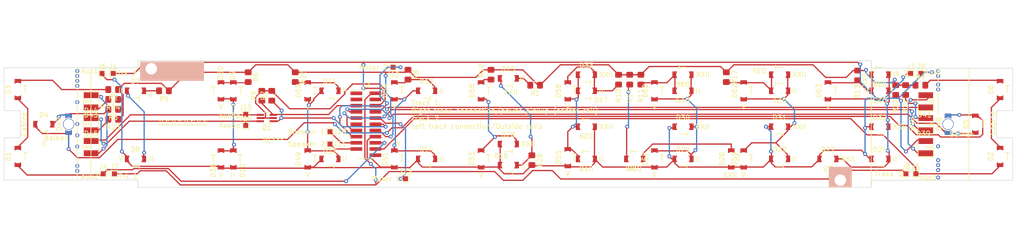
<source format=kicad_pcb>
(kicad_pcb (version 20211014) (generator pcbnew)
  (layers (0 "F.Cu" signal) (31 "B.Cu" signal) (34 "B.Paste" user) (35 "F.Paste" user) (36 "B.SilkS" user "B.Silkscreen") (37 "F.SilkS" user "F.Silkscreen") (38 "B.Mask" user) (39 "F.Mask" user) (44 "Edge.Cuts" user))
  (net 0 "")
  (net 1 "/F0f")
  (net 2 "Net-(D39-Pad2)")
  (net 3 "/F0r")
  (net 4 "Net-(D43-Pad2)")
  (net 5 "Net-(D6-Pad2)")
  (net 10 "/Sp1")
  (net 11 "/Sp2")
  (net 13 "/Aux3")
  (net 14 "/Aux2")
  (net 15 "/Aux1")
  (net 16 "/Motor2")
  (net 17 "/Motor1")
  (net 18 "/Gleis 2")
  (net 19 "/Gleis 1")
  (net 20 "Net-(D7-Pad1)")
  (net 21 "Net-(D3-Pad2)")
  (net 22 "Net-(D4-Pad1)")
  (net 23 "Net-(D4-Pad2)")
  (net 24 "Net-(D11-Pad2)")
  (net 25 "VPP")
  (net 26 "Net-(D13-Pad1)")
  (net 27 "Net-(D13-Pad2)")
  (net 28 "Net-(D15-Pad1)")
  (net 29 "Net-(D7-Pad2)")
  (net 30 "Net-(D10-Pad2)")
  (net 31 "Net-(D50-Pad2)")
  (net 32 "Net-(D11-Pad1)")
  (net 33 "Net-(D15-Pad2)")
  (net 34 "/Aux4")
  (net 35 "Net-(D17-Pad1)")
  (net 36 "Net-(D17-Pad2)")
  (net 37 "Net-(D19-Pad1)")
  (net 38 "Net-(D21-Pad2)")
  (net 39 "Net-(D19-Pad2)")
  (net 40 "Net-(D21-Pad1)")
  (net 41 "Net-(D25-Pad1)")
  (net 42 "Net-(D23-Pad1)")
  (net 43 "Net-(D39-Pad1)")
  (net 44 "Net-(D23-Pad2)")
  (net 45 "Net-(D25-Pad2)")
  (net 46 "Net-(D28-Pad2)")
  (net 47 "Net-(D43-Pad1)")
  (net 48 "Net-(D56-Pad2)")
  (net 49 "Net-(D40-Pad2)")
  (net 50 "Net-(D3-Pad1)")
  (net 51 "Net-(D6-Pad1)")
  (net 52 "/Aux6")
  (net 53 "/Aux5")
  (net 54 "GND")
  (net 55 "/Aux6p")
  (net 56 "/Aux5p")
  (net 57 "Net-(R23-Pad2)")
  (footprint "Pyth:LED_Osram_LY_A64K" (layer "F.Cu") (at 238 131.7 90)
    (fp_text reference "D39")
    (fp_text value "LS A67K")
  )
  (footprint "Pyth:MHT151CYCT" (layer "F.Cu") (at 135.636 120.142)
    (fp_text reference "D13")
    (fp_text value "LED")
  )
  (footprint "Resistor_SMD:R_0805_2012Metric_Pad1.20x1.40mm_HandSolder" (layer "F.Cu") (at 233.868 119.984 -90)
    (fp_text reference "R21")
    (fp_text value "R")
  )
  (footprint "MountingHole:MountingHole_2.2mm_M2" (layer "F.Cu") (at 220.472 115.624)
    (fp_text reference "REF**" hide)
    (fp_text value "MountingHole_2.2mm_M2")
  )
  (footprint "Pyth:MHT151CYCT" (layer "F.Cu") (at 188.214 120.142 180)
    (fp_text reference "D19")
    (fp_text value "LED")
  )
  (footprint "Resistor_SMD:R_0805_2012Metric_Pad1.20x1.40mm_HandSolder" (layer "F.Cu") (at 148.844 116.84 -90)
    (fp_text reference "R12")
    (fp_text value "R")
  )
  (footprint "Pyth:MHT151CYCT" (layer "F.Cu") (at 96.012 134.112 90)
    (fp_text reference "D10")
    (fp_text value "LED")
  )
  (footprint "Resistor_SMD:R_0805_2012Metric_Pad1.20x1.40mm_HandSolder" (layer "F.Cu") (at 103.886 121.158 90)
    (fp_text reference "R7")
    (fp_text value "R")
  )
  (footprint "Pyth:MHT151CYCT" (layer "F.Cu") (at 129.032 134.112 90)
    (fp_text reference "D51")
    (fp_text value "LED")
  )
  (footprint "TestPoint:TestPoint_Pad_1.0x1.0mm" (layer "F.Cu") (at 98.552 124.968)
    (fp_text reference "J15")
    (fp_text value "Conn_01x04")
  )
  (footprint "TestPoint:TestPoint_Pad_1.0x1.0mm" (layer "F.Cu") (at 71.374 116.586)
    (fp_text reference "J1")
    (fp_text value "Conn_01x02")
  )
  (footprint "Pyth:MHT151CYCT" (layer "F.Cu") (at 93.472 134.112 90)
    (fp_text reference "D38")
    (fp_text value "LED")
  )
  (footprint "Pyth:MHT151CYCT" (layer "F.Cu") (at 168.402 120.142)
    (fp_text reference "D17")
    (fp_text value "LED")
  )
  (footprint "Resistor_SMD:R_0805_2012Metric_Pad1.20x1.40mm_HandSolder" (layer "F.Cu") (at 71.374 119.888 180)
    (fp_text reference "R2")
    (fp_text value "R")
  )
  (footprint "Pyth:MHT151CYCT" (layer "F.Cu") (at 228.6 127.508)
    (fp_text reference "D32")
    (fp_text value "LED")
  )
  (footprint "Pyth:MHT151CYCT" (layer "F.Cu") (at 96.012 120.142 90)
    (fp_text reference "D9")
    (fp_text value "LED")
  )
  (footprint "Resistor_SMD:R_0805_2012Metric_Pad1.20x1.40mm_HandSolder" (layer "F.Cu") (at 71.39 125.984 180)
    (fp_text reference "R23")
    (fp_text value "R")
  )
  (footprint "Pyth:MHT151CYCT" (layer "F.Cu") (at 217.932 134.112)
    (fp_text reference "D27")
    (fp_text value "LED")
  )
  (footprint "Pyth:MHT151CYCT" (layer "F.Cu") (at 168.402 134.112 180)
    (fp_text reference "D18")
    (fp_text value "LED")
  )
  (footprint "Resistor_SMD:R_0805_2012Metric_Pad1.20x1.40mm_HandSolder" (layer "F.Cu") (at 157.9 119 180)
    (fp_text reference "R1")
    (fp_text value "R")
  )
  (footprint "Pyth:MHT151CYCT" (layer "F.Cu") (at 135.636 134.112)
    (fp_text reference "D14")
    (fp_text value "LED")
  )
  (footprint "TestPoint:TestPoint_Pad_1.0x1.0mm" (layer "F.Cu") (at 236.982 116.586)
    (fp_text reference "J9")
    (fp_text value "Conn_01x02")
  )
  (footprint "Pyth:MHT151CYCT" (layer "F.Cu") (at 253.238 119.888 90)
    (fp_text reference "D6")
    (fp_text value "LED")
  )
  (footprint "Pyth:MHT151CYCT" (layer "F.Cu") (at 228.6 116.84 180)
    (fp_text reference "D36")
    (fp_text value "LED")
  )
  (footprint "Pyth:LED_Osram_LY_A64K" (layer "F.Cu") (at 66.84 131.7 -90)
    (fp_text reference "D45")
    (fp_text value "LS A67K")
  )
  (footprint "Pyth:LED_Osram_LY_A64K" (layer "F.Cu") (at 238 127 90)
    (fp_text reference "D40")
    (fp_text value "LY A67K")
  )
  (footprint "Resistor_SMD:R_0805_2012Metric_Pad1.20x1.40mm_HandSolder" (layer "F.Cu") (at 81.788 120.142 180)
    (fp_text reference "R5")
    (fp_text value "R")
  )
  (footprint "TestPoint:TestPoint_Pad_1.0x1.0mm" (layer "F.Cu") (at 235.966 137.16)
    (fp_text reference "J5")
    (fp_text value "Conn_01x04")
  )
  (footprint "Resistor_SMD:R_0805_2012Metric_Pad1.20x1.40mm_HandSolder" (layer "F.Cu") (at 157.226 134.366 -90)
    (fp_text reference "R26")
    (fp_text value "0R")
  )
  (footprint "TestPoint:TestPoint_Pad_1.0x1.0mm" (layer "F.Cu") (at 98.552 127.254)
    (fp_text reference "J14")
    (fp_text value "Conn_01x04")
  )
  (footprint "TestPoint:TestPoint_Pad_1.0x1.0mm" (layer "F.Cu") (at 69.342 137.16)
    (fp_text reference "J4")
    (fp_text value "Conn_01x02")
  )
  (footprint "Resistor_SMD:R_0805_2012Metric_Pad1.20x1.40mm_HandSolder" (layer "F.Cu") (at 236.9 119)
    (fp_text reference "R4")
    (fp_text value "R")
  )
  (footprint "TestPoint:TestPoint_Pad_1.0x1.0mm" (layer "F.Cu") (at 115.824 128.524)
    (fp_text reference "J10")
    (fp_text value "Conn_01x04")
  )
  (footprint "Pyth:MHT151CYCT" (layer "F.Cu") (at 228.6 134.112)
    (fp_text reference "D24")
    (fp_text value "LED")
  )
  (footprint "MountingHole:MountingHole_2.2mm_M2" (layer "F.Cu") (at 79.192 138.474)
    (fp_text reference "REF**" hide)
    (fp_text value "MountingHole_2.2mm_M2")
  )
  (footprint "Pyth:MHT151CYCT" (layer "F.Cu") (at 200.66 120.142 90)
    (fp_text reference "D62")
    (fp_text value "LED")
  )
  (footprint "Pyth:MHT151CYCT" (layer "F.Cu") (at 115.824 134.112)
    (fp_text reference "D12")
    (fp_text value "LED")
  )
  (footprint "TestPoint:TestPoint_Pad_1.0x1.0mm" (layer "F.Cu") (at 71.628 137.16)
    (fp_text reference "J7")
    (fp_text value "Conn_01x02")
  )
  (footprint "Pyth:MHT151CYCT" (layer "F.Cu") (at 168.402 116.84)
    (fp_text reference "D33")
    (fp_text value "LED")
  )
  (footprint "Pyth:MHT151CYCT" (layer "F.Cu") (at 208.026 134.112)
    (fp_text reference "D22")
    (fp_text value "LED")
  )
  (footprint "Pyth:LED_Osram_LY_A64K" (layer "F.Cu") (at 66.84 122.3 -90)
    (fp_text reference "D43")
    (fp_text value "LS A67K")
  )
  (footprint "Pyth:MHT151CYCT" (layer "F.Cu") (at 51.816 119.888 90)
    (fp_text reference "D3")
    (fp_text value "LED")
  )
  (footprint "Pyth:MHT151CYCT" (layer "F.Cu") (at 75.946 134.112)
    (fp_text reference "D8")
    (fp_text value "LED")
  )
  (footprint "Pyth:MHT151CYCT" (layer "F.Cu") (at 152.4 131.064)
    (fp_text reference "D28")
    (fp_text value "LED")
  )
  (footprint "Package_TO_SOT_SMD:SOT-363_SC-70-6_Handsoldering" (layer "F.Cu") (at 102.87 125.73 180)
    (fp_text reference "Q1")
    (fp_text value "21mtc-rescue_FDC6303N-mosfet_smd")
  )
  (footprint "Pyth:MHT151CYCT" (layer "F.Cu") (at 208.026 127.508)
    (fp_text reference "D31")
    (fp_text value "LED")
  )
  (footprint "Resistor_SMD:R_0805_2012Metric_Pad1.20x1.40mm_HandSolder" (layer "F.Cu") (at 108.712 117.348 -90)
    (fp_text reference "R25")
    (fp_text value "R")
  )
  (footprint "Pyth:MHT151CYCT" (layer "F.Cu") (at 111.252 134.112 90)
    (fp_text reference "D49")
    (fp_text value "LED")
  )
  (footprint "MountingHole:MountingHole_2.2mm_M2" (layer "F.Cu") (at 157.602 138.474)
    (fp_text reference "REF**" hide)
    (fp_text value "MountingHole_2.2mm_M2")
  )
  (footprint "Resistor_SMD:R_0805_2012Metric_Pad1.20x1.40mm_HandSolder" (layer "F.Cu") (at 131.826 116.84 -90)
    (fp_text reference "R8")
    (fp_text value "R")
  )
  (footprint "Pyth:MHT151CYCT" (layer "F.Cu") (at 217.932 120.142 90)
    (fp_text reference "D63")
    (fp_text value "LED")
  )
  (footprint "Pyth:MHT151CYCT" (layer "F.Cu") (at 115.824 120.142)
    (fp_text reference "D11")
    (fp_text value "LED")
  )
  (footprint "Pyth:MHT151CYCT" (layer "F.Cu") (at 182.372 120.142 90)
    (fp_text reference "D60")
    (fp_text value "LED")
  )
  (footprint "Pyth:MHT151CYCT" (layer "F.Cu") (at 188.214 116.84 180)
    (fp_text reference "D34")
    (fp_text value "LED")
  )
  (footprint "Resistor_SMD:R_0805_2012Metric_Pad1.20x1.40mm_HandSolder" (layer "F.Cu") (at 99.06 117.348 -90)
    (fp_text reference "R6")
    (fp_text value "R")
  )
  (footprint "Pyth:MHT151CYCT" (layer "F.Cu") (at 182.372 134.112 90)
    (fp_text reference "D57")
    (fp_text value "LED")
  )
  (footprint "MountingHole:MountingHole_2.1mm" (layer "F.Cu") (at 104.1908 133.5024)
    (fp_text reference "REF**")
    (fp_text value "MountingHole_2.1mm")
  )
  (footprint "Pyth:LED_Osram_LY_A64K" (layer "F.Cu") (at 238 122.3 90)
    (fp_text reference "D41")
    (fp_text value "LS A67K")
  )
  (footprint "TestPoint:TestPoint_Pad_1.0x1.0mm" (layer "F.Cu") (at 128.778 115.316)
    (fp_text reference "J12")
    (fp_text value "Conn_01x04")
  )
  (footprint "Pyth:MHT151CYCT" (layer "F.Cu") (at 188.214 127.508)
    (fp_text reference "D30")
    (fp_text value "LED")
  )
  (footprint "Resistor_SMD:R_0805_2012Metric_Pad1.20x1.40mm_HandSolder" (layer "F.Cu") (at 231.836 120 90)
    (fp_text reference "R22")
    (fp_text value "R")
  )
  (footprint "Pyth:MHT151CYCT" (layer "F.Cu") (at 248.158 127 90)
    (fp_text reference "D5")
    (fp_text value "LED")
  )
  (footprint "TestPoint:TestPoint_Pad_1.0x1.0mm" (layer "F.Cu") (at 233.934 137.16)
    (fp_text reference "J8")
    (fp_text value "Conn_01x04")
  )
  (footprint "MountingHole:MountingHole_2.2mm_M2" (layer "F.Cu") (at 157.602 115.624)
    (fp_text reference "REF**" hide)
    (fp_text value "MountingHole_2.2mm_M2")
  )
  (footprint "Pyth:MHT151CYCT" (layer "F.Cu") (at 178.308 134.112 180)
    (fp_text reference "D25")
    (fp_text value "LED")
  )
  (footprint "Pyth:MHT151CYCT" (layer "F.Cu") (at 51.816 133.604 90)
    (fp_text reference "D1")
    (fp_text value "LED")
  )
  (footprint "Pyth:MHT151CYCT" (layer "F.Cu") (at 57.15 127)
    (fp_text reference "D4")
    (fp_text value "LED")
  )
  (footprint "Pyth:MHT151CYCT" (layer "F.Cu") (at 208.026 120.142 180)
    (fp_text reference "D21")
    (fp_text value "LED")
  )
  (footprint "TestPoint:TestPoint_Pad_1.0x1.0mm" (layer "F.Cu") (at 115.824 131.064)
    (fp_text reference "J11")
    (fp_text value "Conn_01x04")
  )
  (footprint "Connector_PinHeader_1.27mm:PinHeader_2x11_P1.27mm_Vertical_SMD" (layer "F.Cu") (at 123.19 127)
    (fp_text reference "J2")
    (fp_text value "Conn_02x11_Counter_Clockwise")
  )
  (footprint "Pyth:MHT151CYCT" (layer "F.Cu") (at 188.214 134.112)
    (fp_text reference "D20")
    (fp_text value "LED")
  )
  (footprint "Pyth:MHT151CYCT" (layer "F.Cu") (at 146.812 134.112 90)
    (fp_text reference "D53")
    (fp_text value "LED")
  )
  (footprint "Resistor_SMD:R_0805_2012Metric_Pad1.20x1.40mm_HandSolder" (layer "F.Cu") (at 71.374 123.952 180)
    (fp_text reference "R3")
    (fp_text value "R")
  )
  (footprint "Pyth:MHT151CYCT_dual_side" (layer "F.Cu") (at 62.23 127 90)
    (fp_text reference "D47")
    (fp_text value "LED")
  )
  (footprint "MountingHole:MountingHole_2.2mm_M2" (layer "F.Cu") (at 79.192 115.624)
    (fp_text reference "REF**" hide)
    (fp_text value "MountingHole_2.2mm_M2")
  )
  (footprint "Pyth:MHT151CYCT_dual_side" (layer "F.Cu") (at 242.57 127 90)
    (fp_text reference "D48")
    (fp_text value "LED")
  )
  (footprint "Resistor_SMD:R_0805_2012Metric_Pad1.20x1.40mm_HandSolder" (layer "F.Cu") (at 101.854 121.158 90)
    (fp_text reference "R9")
    (fp_text value "R")
  )
  (footprint "TestPoint:TestPoint_Pad_1.0x1.0mm" (layer "F.Cu") (at 131.318 138.176)
    (fp_text reference "J13")
    (fp_text value "Conn_01x04")
  )
  (footprint "Pyth:MHT151CYCT" (layer "F.Cu") (at 93.472 120.142 90)
    (fp_text reference "D50")
    (fp_text value "LED")
  )
  (footprint "TestPoint:TestPoint_Pad_1.0x1.0mm" (layer "F.Cu") (at 234.8992 116.586)
    (fp_text reference "J3")
    (fp_text value "Conn_01x04")
  )
  (footprint "Pyth:MHT151CYCT" (layer "F.Cu") (at 198.12 134.112 90)
    (fp_text reference "D26")
    (fp_text value "LED")
  )
  (footprint "Pyth:MHT151CYCT" (layer "F.Cu") (at 208.026 116.84 180)
    (fp_text reference "D35")
    (fp_text value "LED")
  )
  (footprint "Pyth:LED_Osram_LY_A64K" (layer "F.Cu") (at 66.84 127 -90)
    (fp_text reference "D44")
    (fp_text value "LY A67K")
  )
  (footprint "Pyth:MHT151CYCT" (layer "F.Cu") (at 111.252 120.142 90)
    (fp_text reference "D52")
    (fp_text value "LED")
  )
  (footprint "Pyth:MHT151CYCT" (layer "F.Cu") (at 253.238 133.604 90)
    (fp_text reference "D2")
    (fp_text value "LED")
  )
  (footprint "Pyth:MHT151CYCT" (layer "F.Cu") (at 75.946 120.142)
    (fp_text reference "D7")
    (fp_text value "LED")
  )
  (footprint "Resistor_SMD:R_0805_2012Metric_Pad1.20x1.40mm_HandSolder" (layer "F.Cu") (at 179.578 117.856 -90)
    (fp_text reference "R11")
    (fp_text value "R")
  )
  (footprint "Pyth:MHT151CYCT" (layer "F.Cu") (at 228.6 120.142 180)
    (fp_text reference "D23")
    (fp_text value "LED")
  )
  (footprint "Pyth:MHT151CYCT" (layer "F.Cu") (at 168.402 127.508 180)
    (fp_text reference "D29")
    (fp_text value "LED")
  )
  (footprint "Pyth:MHT151CYCT" (layer "F.Cu") (at 129.032 120.142 90)
    (fp_text reference "D54")
    (fp_text value "LED")
  )
  (footprint "Pyth:MHT151CYCT" (layer "F.Cu") (at 152.4 117.602)
    (fp_text reference "D15")
    (fp_text value "LED")
  )
  (footprint "Resistor_SMD:R_0805_2012Metric_Pad1.20x1.40mm_HandSolder" (layer "F.Cu") (at 224.028 116.9924 -90)
    (fp_text reference "R13")
    (fp_text value "R")
  )
  (footprint "Resistor_SMD:R_0805_2012Metric_Pad1.20x1.40mm_HandSolder" (layer "F.Cu") (at 175.006 117.856 -90)
    (fp_text reference "R10")
    (fp_text value "R")
  )
  (footprint "Pyth:MHT151CYCT" (layer "F.Cu") (at 146.812 120.142 90)
    (fp_text reference "D56")
    (fp_text value "LED")
  )
  (footprint "Pyth:MHT151CYCT" (layer "F.Cu") (at 164.592 120.142 90)
    (fp_text reference "D58")
    (fp_text value "LED")
  )
  (footprint "Resistor_SMD:R_0805_2012Metric_Pad1.20x1.40mm_HandSolder" (layer "F.Cu") (at 71.374 121.92 180)
    (fp_text reference "R24")
    (fp_text value "R")
  )
  (footprint "Resistor_SMD:R_0805_2012Metric_Pad1.20x1.40mm_HandSolder" (layer "F.Cu") (at 177.292 117.856 -90)
    (fp_text reference "R14")
    (fp_text value "R")
  )
  (footprint "TestPoint:TestPoint_Pad_1.0x1.0mm" (layer "F.Cu") (at 69.088 116.586)
    (fp_text reference "J6")
    (fp_text value "Conn_01x02")
  )
  (footprint "MountingHole:MountingHole_2.1mm" (layer "F.Cu") (at 104.1908 116.8908)
    (fp_text reference "REF**" hide)
    (fp_text value "MountingHole_2.1mm")
  )
  (footprint "Resistor_SMD:R_0805_2012Metric_Pad1.20x1.40mm_HandSolder" (layer "F.Cu") (at 197.104 117.348 -90)
    (fp_text reference "R17")
    (fp_text value "R")
  )
  (footprint "MountingHole:MountingHole_2.2mm_M2" (layer "F.Cu") (at 220.472 138.474)
    (fp_text reference "REF**" hide)
    (fp_text value "MountingHole_2.2mm_M2")
  )
  (footprint "Pyth:MHT151CYCT" (layer "F.Cu") (at 200.66 134.112 90)
    (fp_text reference "D59")
    (fp_text value "LED")
  )
  (footprint "Pyth:MHT151CYCT" (layer "F.Cu") (at 164.592 133.858 90)
    (fp_text reference "D55")
    (fp_text value "LED")
  )
  (footprint "Pyth:MHT151CYCT" (layer "F.Cu") (at 152.4 135.382)
    (fp_text reference "D16")
    (fp_text value "LED")
  )
  (gr_rect (start 76.966 114.222) (end 89.92 118.032) (layer "B.SilkS") (width 0.15) (fill solid))
  (gr_rect (start 218.19 135.812) (end 222.762 139.876) (layer "B.SilkS") (width 0.15) (fill solid))
  (gr_line (start 66.802 115.57) (end 66.802 138.176) (layer "F.SilkS") (width 0.15))
  (gr_line (start 64.008 115.57) (end 64.008 138.176) (layer "F.SilkS") (width 0.15))
  (gr_line (start 246.888 115.697) (end 246.888 138.303) (layer "F.SilkS") (width 0.15))
  (gr_line (start 240.538 115.57) (end 240.538 124.968) (layer "F.SilkS") (width 0.15))
  (gr_line (start 226.822 114.3) (end 226.822 139.7) (layer "F.SilkS") (width 0.15))
  (gr_line (start 76.45445 139.954) (end 226.822 139.954) (layer "Edge.Cuts") (width 0.1))
  (gr_line (start 49.022 124.206) (end 48.9891 115.43) (layer "Edge.Cuts") (width 0.1))
  (gr_line (start 76.45355 138.43) (end 76.45445 139.954) (layer "Edge.Cuts") (width 0.1))
  (gr_line (start 255.81 138.5) (end 226.822 138.5) (layer "Edge.Cuts") (width 0.1))
  (gr_line (start 255.81 115.5) (end 226.822 115.5) (layer "Edge.Cuts") (width 0.1))
  (gr_line (start 49.022 129.794) (end 48.9891 138.43) (layer "Edge.Cuts") (width 0.1))
  (gr_line (start 76.45445 113.954) (end 76.45355 115.43) (layer "Edge.Cuts") (width 0.1))
  (gr_line (start 255.778 129.794) (end 255.81 138.5) (layer "Edge.Cuts") (width 0.1))
  (gr_line (start 252.476 129.794) (end 255.778 129.794) (layer "Edge.Cuts") (width 0.1))
  (gr_line (start 49.022 124.206) (end 52.324 124.206) (layer "Edge.Cuts") (width 0.1))
  (gr_line (start 76.45355 115.43) (end 48.9891 115.43) (layer "Edge.Cuts") (width 0.1))
  (gr_line (start 226.822 138.5) (end 226.822 139.954) (layer "Edge.Cuts") (width 0.1))
  (gr_line (start 226.822 115.5) (end 226.822 113.954) (layer "Edge.Cuts") (width 0.1))
  (gr_line (start 255.778 124.206) (end 252.476 124.206) (layer "Edge.Cuts") (width 0.1))
  (gr_line (start 252.476 124.206) (end 252.476 129.794) (layer "Edge.Cuts") (width 0.1))
  (gr_line (start 52.324 129.794) (end 49.022 129.794) (layer "Edge.Cuts") (width 0.1))
  (gr_line (start 52.324 124.206) (end 52.324 129.794) (layer "Edge.Cuts") (width 0.1))
  (gr_line (start 255.81 115.5) (end 255.778 124.206) (layer "Edge.Cuts") (width 0.1))
  (gr_line (start 226.822 113.954) (end 76.45445 113.954) (layer "Edge.Cuts") (width 0.1))
  (gr_line (start 76.45355 138.43) (end 48.9891 138.43) (layer "Edge.Cuts") (width 0.1))
  (gr_text "V" (at 111.252 123.444) (layer "F.SilkS") (effects (font (size 1 1))))
  (gr_text "Aux5p" (at 95.25 127.254) (layer "F.SilkS") (effects (font (size 1 1))))
  (gr_text "Cabine" (at 251.714 126.746 90) (layer "F.SilkS") (effects (font (size 1 1))))
  (gr_text "XXII" (at 225.552 119.38 90) (layer "F.SilkS") (effects (font (size 1 1)) (justify left)))
  (gr_text "XXII" (at 176.276 136.144) (layer "F.SilkS") (effects (font (size 1 1)) (justify left)))
  (gr_text "Trk 2" (at 74.168 116.586) (layer "F.SilkS") (effects (font (size 1 1))))
  (gr_text "V" (at 182.372 137.414) (layer "F.SilkS") (effects (font (size 1 1))))
  (gr_text "Track 1: \nRight track connection/power pickup (center rail)\nTrack 2: \nLeft track connection/Outside rails" (at 132.4 125) (layer "F.SilkS") (effects (font (size 1 1)) (justify left)))
  (gr_text "II" (at 191.262 134.112) (layer "F.SilkS") (effects (font (size 1 1))))
  (gr_text "XXII" (at 220.472 134.112) (layer "F.SilkS") (effects (font (size 1 1)) (justify left)))
  (gr_text "II" (at 118.872 134.112) (layer "F.SilkS") (effects (font (size 1 1))))
  (gr_text "V" (at 164.592 123.444) (layer "F.SilkS") (effects (font (size 1 1))))
  (gr_text "II" (at 118.872 120.142) (layer "F.SilkS") (effects (font (size 1 1))))
  (gr_text "V" (at 72.9 134) (layer "F.SilkS") (effects (font (size 1 1))))
  (gr_text "V" (at 78.9 121) (layer "F.SilkS") (effects (font (size 1 1))))
  (gr_text "V" (at 111.252 137.414) (layer "F.SilkS") (effects (font (size 1 1))))
  (gr_text "XXII" (at 170.942 127.508) (layer "F.SilkS") (effects (font (size 1 1)) (justify left)))
  (gr_text "II" (at 57.15 131.064) (layer "F.SilkS") (effects (font (size 1 1))))
  (gr_text "Motor 1" (at 127.254 138.176) (layer "F.SilkS") (effects (font (size 1 1))))
  (gr_text "XXII" (at 151.4 120.5) (layer "F.SilkS") (effects (font (size 1 1)) (justify left)))
  (gr_text "V" (at 200.66 123.444) (layer "F.SilkS") (effects (font (size 1 1))))
  (gr_text "II" (at 171.45 120.142) (layer "F.SilkS") (effects (font (size 1 1))))
  (gr_text "V" (at 217.932 123.444) (layer "F.SilkS") (effects (font (size 1 1))))
  (gr_text "II" (at 171.45 134.112) (layer "F.SilkS") (effects (font (size 1 1))))
  (gr_text "II" (at 96.012 123.444) (layer "F.SilkS") (effects (font (size 1 1))))
  (gr_text "JLCJLCJLCJLC" (at 85.598 126.746) (layer "F.SilkS") (effects (font (size 1 1))))
  (gr_text "II" (at 79.248 134.112) (layer "F.SilkS") (effects (font (size 1 1))))
  (gr_text "II" (at 211.074 120.142) (layer "F.SilkS") (effects (font (size 1 1))))
  (gr_text "Balkon" (at 59.69 129.794) (layer "F.SilkS") (effects (font (size 1 1))))
  (gr_text "V" (at 217.424 136.398) (layer "F.SilkS") (effects (font (size 1 1))))
  (gr_text "V" (at 129.9 131) (layer "F.SilkS") (effects (font (size 1 1))))
  (gr_text "Trk 1" (at 74.422 137.668) (layer "F.SilkS") (effects (font (size 1 1))))
  (gr_text "XXII" (at 210.566 116.84) (layer "F.SilkS") (effects (font (size 1 1)) (justify left)))
  (gr_text "V" (at 164.592 137.16) (layer "F.SilkS") (effects (font (size 1 1))))
  (gr_text "Aux1" (at 66.548 116.078) (layer "F.SilkS") (effects (font (size 1 1))))
  (gr_text "V" (at 200.66 137.414) (layer "F.SilkS") (effects (font (size 1 1))))
  (gr_text "F" (at 69.088 123.444) (layer "F.SilkS") (effects (font (size 1 1))))
  (gr_text "V" (at 129.032 123.444) (layer "F.SilkS") (effects (font (size 1 1))))
  (gr_text "Speaker 1" (at 110.998 128.524) (layer "F.SilkS") (effects (font (size 1 1))))
  (gr_text "V" (at 146.812 137.414) (layer "F.SilkS") (effects (font (size 1 1))))
  (gr_text "Aux3" (at 238.506 137.922) (layer "F.SilkS") (effects (font (size 1 1))))
  (gr_text "XXII" (at 231.14 127.508) (layer "F.SilkS") (effects (font (size 1 1)) (justify left)))
  (gr_text "II" (at 138.684 120.142) (layer "F.SilkS") (effects (font (size 1 1))))
  (gr_text "XXII" (at 170.942 116.84) (layer "F.SilkS") (effects (font (size 1 1)) (justify left)))
  (gr_text "Track 1" (at 230.378 137.16) (layer "F.SilkS") (effects (font (size 1 1))))
  (gr_text "XXII" (at 190.754 127.508) (layer "F.SilkS") (effects (font (size 1 1)) (justify left)))
  (gr_text "II" (at 95.9 137.5) (layer "F.SilkS") (effects (font (size 1 1))))
  (gr_text "V" (at 93.472 137.414) (layer "F.SilkS") (effects (font (size 1 1))))
  (gr_text "XXII" (at 196.342 137.414) (layer "F.SilkS") (effects (font (size 1 1)) (justify left)))
  (gr_text "II" (at 225.806 120.142) (layer "F.SilkS") (effects (font (size 1 1))))
  (gr_text "Aux6p" (at 95.25 125.222) (layer "F.SilkS") (effects (font (size 1 1))))
  (gr_text "XXII" (at 154.94 131.064) (layer "F.SilkS") (effects (font (size 1 1)) (justify left)))
  (gr_text "II" (at 231.648 134.112) (layer "F.SilkS") (effects (font (size 1 1))))
  (gr_text "Aux2" (at 66.548 137.668) (layer "F.SilkS") (effects (font (size 1 1))))
  (gr_text "II" (at 191.262 120.142) (layer "F.SilkS") (effects (font (size 1 1))))
  (gr_text "XXII" (at 210.566 127.508) (layer "F.SilkS") (effects (font (size 1 1)) (justify left)))
  (gr_text "II" (at 155.448 135.636) (layer "F.SilkS") (effects (font (size 1 1))))
  (gr_text "Speaker 2" (at 110.998 131.064) (layer "F.SilkS") (effects (font (size 1 1))))
  (gr_text "Aux1" (at 239.522 116.332) (layer "F.SilkS") (effects (font (size 1 1))))
  (gr_text "V" (at 93.472 123.444) (layer "F.SilkS") (effects (font (size 1 1))))
  (gr_text "Motor 2" (at 124.714 115.316) (layer "F.SilkS") (effects (font (size 1 1))))
  (gr_text "Cabine" (at 53.086 127 90) (layer "F.SilkS") (effects (font (size 1 1))))
  (gr_text "II" (at 138.684 134.112) (layer "F.SilkS") (effects (font (size 1 1))))
  (gr_text "XXII" (at 190.754 116.84) (layer "F.SilkS") (effects (font (size 1 1)) (justify left)))
  (gr_text "Balkon" (at 245.364 129.032) (layer "F.SilkS") (effects (font (size 1 1))))
  (gr_text "Trk 2" (at 232.41 116.586) (layer "F.SilkS") (effects (font (size 1 1))))
  (gr_text "II" (at 155.194 117.602) (layer "F.SilkS") (effects (font (size 1 1))))
  (gr_text "II" (at 72.898 120.142) (layer "F.SilkS") (effects (font (size 1 1))))
  (gr_text "II" (at 211.074 134.112) (layer "F.SilkS") (effects (font (size 1 1))))
  (gr_text "V" (at 182.372 123.444) (layer "F.SilkS") (effects (font (size 1 1))))
  (via (at 64.008 116.078) (size 0.8) (drill 0.4) (layers "F.Cu" "B.Cu") (net 0))
  (via (at 64.008 129.286) (size 0.8) (drill 0.4) (layers "F.Cu" "B.Cu") (net 0))
  (via (at 64.008 135.5344) (size 0.8) (drill 0.4) (layers "F.Cu" "B.Cu") (net 0))
  (via (at 64.008 119.126) (size 0.8) (drill 0.4) (layers "F.Cu" "B.Cu") (net 0))
  (via (at 240.538 137.922) (size 0.8) (drill 0.4) (layers "F.Cu" "B.Cu") (net 0))
  (via (at 240.538 131.5212) (size 0.8) (drill 0.4) (layers "F.Cu" "B.Cu") (net 0))
  (via (at 64.008 131.572) (size 0.8) (drill 0.4) (layers "F.Cu" "B.Cu") (net 0))
  (via (at 240.538 119.888) (size 0.8) (drill 0.4) (layers "F.Cu" "B.Cu") (net 0))
  (via (at 64.008 117.094) (size 0.8) (drill 0.4) (layers "F.Cu" "B.Cu") (net 0))
  (via (at 64.008 136.5504) (size 0.8) (drill 0.4) (layers "F.Cu" "B.Cu") (net 0))
  (via (at 240.538 118.872) (size 0.8) (drill 0.4) (layers "F.Cu" "B.Cu") (net 0))
  (via (at 240.538 134.366) (size 0.8) (drill 0.4) (layers "F.Cu" "B.Cu") (net 0))
  (via (at 64.008 126.9492) (size 0.8) (drill 0.4) (layers "F.Cu" "B.Cu") (net 0))
  (via (at 240.538 136.398) (size 0.8) (drill 0.4) (layers "F.Cu" "B.Cu") (net 0))
  (via (at 240.538 116.078) (size 0.8) (drill 0.4) (layers "F.Cu" "B.Cu") (net 0))
  (via (at 240.538 117.094) (size 0.8) (drill 0.4) (layers "F.Cu" "B.Cu") (net 0))
  (via (at 64.008 118.11) (size 0.8) (drill 0.4) (layers "F.Cu" "B.Cu") (net 0))
  (via (at 240.538 135.382) (size 0.8) (drill 0.4) (layers "F.Cu" "B.Cu") (net 0))
  (via (at 64.008 122.4788) (size 0.8) (drill 0.4) (layers "F.Cu" "B.Cu") (net 0))
  (segment (start 120.41 129.54) (end 117.856 126.986) (width 0.25) (layer "F.Cu") (net 1))
  (segment (start 117.856 126.986) (end 117.856 125.476) (width 0.25) (layer "F.Cu") (net 1))
  (segment (start 127.909511 123.550489) (end 127.508 123.952) (width 0.25) (layer "F.Cu") (net 1))
  (segment (start 235.173042 123.550489) (end 127.909511 123.550489) (width 0.25) (layer "F.Cu") (net 1))
  (segment (start 235.173531 123.55) (end 238 123.55) (width 0.25) (layer "F.Cu") (net 1))
  (segment (start 121.24 129.54) (end 120.41 129.54) (width 0.25) (layer "F.Cu") (net 1))
  (segment (start 235.173042 123.550489) (end 235.173531 123.55) (width 0.25) (layer "F.Cu") (net 1))
  (via (at 117.856 125.476) (size 0.8) (drill 0.4) (layers "F.Cu" "B.Cu") (net 1))
  (via (at 127.508 123.952) (size 0.8) (drill 0.4) (layers "F.Cu" "B.Cu") (net 1))
  (segment (start 126.783499 123.227499) (end 127.508 123.952) (width 0.25) (layer "B.Cu") (net 1))
  (segment (start 117.856 125.476) (end 117.856 123.698) (width 0.25) (layer "B.Cu") (net 1))
  (segment (start 117.856 123.698) (end 118.326501 123.227499) (width 0.25) (layer "B.Cu") (net 1))
  (segment (start 118.326501 123.227499) (end 126.783499 123.227499) (width 0.25) (layer "B.Cu") (net 1))
  (segment (start 236.272 130.25) (end 238.9 130.25) (width 0.25) (layer "F.Cu") (net 2))
  (segment (start 231.836 121.092) (end 232.918 122.174) (width 0.25) (layer "F.Cu") (net 2))
  (segment (start 231.836 121) (end 231.836 121.092) (width 0.25) (layer "F.Cu") (net 2))
  (segment (start 233.934 132.588) (end 236.272 130.25) (width 0.25) (layer "F.Cu") (net 2))
  (via (at 232.918 122.174) (size 0.8) (drill 0.4) (layers "F.Cu" "B.Cu") (net 2))
  (via (at 233.934 132.588) (size 0.8) (drill 0.4) (layers "F.Cu" "B.Cu") (net 2))
  (segment (start 232.918 131.572) (end 233.934 132.588) (width 0.25) (layer "B.Cu") (net 2))
  (segment (start 232.918 122.174) (end 232.918 131.572) (width 0.25) (layer "B.Cu") (net 2))
  (segment (start 119.321511 127.181511) (end 119.321511 125.293187) (width 0.25) (layer "F.Cu") (net 3))
  (segment (start 238 128.25) (end 236.625402 128.25) (width 0.25) (layer "F.Cu") (net 3))
  (segment (start 127.114853 125.369747) (end 128.4846 124) (width 0.25) (layer "F.Cu") (net 3))
  (segment (start 128.4846 124) (end 234.799488 124) (width 0.25) (layer "F.Cu") (net 3))
  (segment (start 234.799488 124) (end 235.1755 124.376012) (width 0.25) (layer "F.Cu") (net 3))
  (segment (start 119.321511 125.293187) (end 118.778802 124.750478) (width 0.25) (layer "F.Cu") (net 3))
  (segment (start 120.41 128.27) (end 119.321511 127.181511) (width 0.25) (layer "F.Cu") (net 3))
  (segment (start 236.625402 128.25) (end 235.387701 127.012299) (width 0.25) (layer "F.Cu") (net 3))
  (segment (start 121.24 128.27) (end 120.41 128.27) (width 0.25) (layer "F.Cu") (net 3))
  (segment (start 126.997397 125.369747) (end 127.114853 125.369747) (width 0.25) (layer "F.Cu") (net 3))
  (segment (start 238.76 128.25) (end 236.708 128.25) (width 0.25) (layer "F.Cu") (net 3))
  (via (at 235.1755 124.376012) (size 0.8) (drill 0.4) (layers "F.Cu" "B.Cu") (net 3))
  (via (at 118.778802 124.750478) (size 0.8) (drill 0.4) (layers "F.Cu" "B.Cu") (net 3))
  (via (at 126.997397 125.369747) (size 0.8) (drill 0.4) (layers "F.Cu" "B.Cu") (net 3))
  (via (at 235.387701 127.012299) (size 0.8) (drill 0.4) (layers "F.Cu" "B.Cu") (net 3))
  (segment (start 234.9 126.5) (end 235.387701 126.987701) (width 0.25) (layer "B.Cu") (net 3))
  (segment (start 126.666588 125.700556) (end 126.997397 125.369747) (width 0.25) (layer "B.Cu") (net 3))
  (segment (start 234.9 125.637651) (end 235.1755 125.362151) (width 0.25) (layer "B.Cu") (net 3))
  (segment (start 235.1755 125.362151) (end 235.1755 124.376012) (width 0.25) (layer "B.Cu") (net 3))
  (segment (start 234.9 126.442) (end 234.9 125.637651) (width 0.25) (layer "B.Cu") (net 3))
  (segment (start 118.778802 124.750478) (end 119.72888 125.700556) (width 0.25) (layer "B.Cu") (net 3))
  (segment (start 119.72888 125.700556) (end 126.666588 125.700556) (width 0.25) (layer "B.Cu") (net 3))
  (segment (start 235.387701 126.987701) (end 235.387701 127.012299) (width 0.25) (layer "B.Cu") (net 3))
  (segment (start 70.374 121.92) (end 68.544 123.75) (width 0.25) (layer "F.Cu") (net 4))
  (segment (start 68.544 123.75) (end 66.04 123.75) (width 0.25) (layer "F.Cu") (net 4))
  (segment (start 237.9 119) (end 238.912 117.988) (width 0.25) (layer "F.Cu") (net 5))
  (segment (start 238.912 117.988) (end 253.238 117.988) (width 0.25) (layer "F.Cu") (net 5))
  (segment (start 121.24 130.81) (end 118.11 130.81) (width 0.25) (layer "F.Cu") (net 10))
  (segment (start 118.11 130.81) (end 115.824 128.524) (width 0.25) (layer "F.Cu") (net 10))
  (segment (start 116.84 132.08) (end 115.824 131.064) (width 0.25) (layer "F.Cu") (net 11))
  (segment (start 121.24 132.08) (end 116.84 132.08) (width 0.25) (layer "F.Cu") (net 11))
  (segment (start 229.2604 129.1844) (end 235.966 135.89) (width 0.25) (layer "F.Cu") (net 13))
  (segment (start 222.613919 125.848533) (end 225.949786 129.1844) (width 0.25) (layer "F.Cu") (net 13))
  (segment (start 126.882304 132.08) (end 133.113771 125.848533) (width 0.25) (layer "F.Cu") (net 13))
  (segment (start 125.14 132.08) (end 126.882304 132.08) (width 0.25) (layer "F.Cu") (net 13))
  (segment (start 251.582 137.16) (end 235.966 137.16) (width 0.25) (layer "F.Cu") (net 13))
  (segment (start 225.949786 129.1844) (end 229.2604 129.1844) (width 0.25) (layer "F.Cu") (net 13))
  (segment (start 133.113771 125.848533) (end 222.613919 125.848533) (width 0.25) (layer "F.Cu") (net 13))
  (segment (start 235.966 135.89) (end 235.966 137.16) (width 0.25) (layer "F.Cu") (net 13))
  (segment (start 253.238 135.504) (end 251.582 137.16) (width 0.25) (layer "F.Cu") (net 13))
  (segment (start 53.726 137.414) (end 69.088 137.414) (width 0.25) (layer "F.Cu") (net 14))
  (segment (start 69.088 137.414) (end 69.342 137.16) (width 0.25) (layer "F.Cu") (net 14))
  (segment (start 75.591674 136.0932) (end 82.7024 136.0932) (width 0.25) (layer "F.Cu") (net 14))
  (segment (start 70.166511 136.335489) (end 75.349385 136.335489) (width 0.25) (layer "F.Cu") (net 14))
  (segment (start 85.2932 138.684) (end 119.126 138.684) (width 0.25) (layer "F.Cu") (net 14))
  (segment (start 125.14 130.81) (end 127 130.81) (width 0.25) (layer "F.Cu") (net 14))
  (segment (start 82.7024 136.0932) (end 85.2932 138.684) (width 0.25) (layer "F.Cu") (net 14))
  (segment (start 51.816 135.504) (end 53.726 137.414) (width 0.25) (layer "F.Cu") (net 14))
  (segment (start 69.342 137.16) (end 70.166511 136.335489) (width 0.25) (layer "F.Cu") (net 14))
  (segment (start 75.349385 136.335489) (end 75.591674 136.0932) (width 0.25) (layer "F.Cu") (net 14))
  (via (at 119.126 138.684) (size 0.8) (drill 0.4) (layers "F.Cu" "B.Cu") (net 14))
  (via (at 127 130.81) (size 0.8) (drill 0.4) (layers "F.Cu" "B.Cu") (net 14))
  (segment (start 127 130.81) (end 119.126 138.684) (width 0.25) (layer "B.Cu") (net 14))
  (segment (start 171.741324 135.781662) (end 170.071662 134.112) (width 0.25) (layer "F.Cu") (net 15))
  (segment (start 150.730338 135.382) (end 150.330676 135.781662) (width 0.25) (layer "F.Cu") (net 15))
  (segment (start 123.444 133.873022) (end 123.444 130.406) (width 0.25) (layer "F.Cu") (net 15))
  (segment (start 111.252 136.012) (end 96.012 136.012) (width 0.25) (layer "F.Cu") (net 15))
  (segment (start 69.088 116.852) (end 69.088 116.586) (width 0.25) (layer "F.Cu") (net 15))
  (segment (start 164.801938 135.7376) (end 164.592 135.527662) (width 0.25) (layer "F.Cu") (net 15))
  (segment (start 225.552 133.096) (end 224.79 132.334) (width 0.25) (layer "F.Cu") (net 15))
  (segment (start 207.109438 135.7376) (end 206.356338 134.9845) (width 0.25) (layer "F.Cu") (net 15))
  (segment (start 124.392511 134.044511) (end 123.615489 134.044511) (width 0.25) (layer "F.Cu") (net 15))
  (segment (start 134.7635 135.781662) (end 133.966338 134.9845) (width 0.25) (layer "F.Cu") (net 15))
  (segment (start 206.356338 134.9845) (end 206.356338 134.112) (width 0.25) (layer "F.Cu") (net 15))
  (segment (start 187.3415 135.781662) (end 186.544338 134.9845) (width 0.25) (layer "F.Cu") (net 15))
  (segment (start 133.966338 134.9845) (end 133.966338 134.112) (width 0.25) (layer "F.Cu") (net 15))
  (segment (start 155.432 137.16) (end 157.226 135.366) (width 0.25) (layer "F.Cu") (net 15))
  (segment (start 185.42 127.762) (end 186.290338 127.762) (width 0.25) (layer "F.Cu") (net 15))
  (segment (start 200.66 135.781662) (end 204.686676 135.781662) (width 0.25) (layer "F.Cu") (net 15))
  (segment (start 170.071662 134.9845) (end 169.318562 135.7376) (width 0.25) (layer "F.Cu") (net 15))
  (segment (start 70.092 117.856) (end 69.088 116.852) (width 0.25) (layer "F.Cu") (net 15))
  (segment (start 164.592 135.527662) (end 157.387662 135.527662) (width 0.25) (layer "F.Cu") (net 15))
  (segment (start 170.071662 127.508) (end 170.071662 134.112) (width 0.25) (layer "F.Cu") (net 15))
  (segment (start 216.262338 134.112) (end 214.636738 135.7376) (width 0.25) (layer "F.Cu") (net 15))
  (segment (start 184.874676 135.781662) (end 182.372 135.781662) (width 0.25) (layer "F.Cu") (net 15))
  (segment (start 111.377458 135.888458) (end 111.252 135.763) (width 0.25) (layer "F.Cu") (net 15))
  (segment (start 157.387662 135.527662) (end 157.226 135.366) (width 0.25) (layer "F.Cu") (net 15))
  (segment (start 226.568 134.112) (end 225.552 133.096) (width 0.25) (layer "F.Cu") (net 15))
  (segment (start 169.318562 135.7376) (end 164.801938 135.7376) (width 0.25) (layer "F.Cu") (net 15))
  (segment (start 226.7 134.112) (end 226.568 134.112) (width 0.25) (layer "F.Cu") (net 15))
  (segment (start 237.236 116.332) (end 236.982 116.586) (width 0.25) (layer "F.Cu") (net 15))
  (segment (start 216.262338 133.2395) (end 216.262338 134.112) (width 0.25) (layer "F.Cu") (net 15))
  (segment (start 226.930338 127.508) (end 225.806 127.508) (width 0.25) (layer "F.Cu") (net 15))
  (segment (start 239.268 116.332) (end 237.236 116.332) (width 0.25) (layer "F.Cu") (net 15))
  (segment (start 224.79 132.334) (end 217.167838 132.334) (width 0.25) (layer "F.Cu") (net 15))
  (segment (start 133.985 134.112) (end 132.208542 135.888458) (width 0.25) (layer "F.Cu") (net 15))
  (segment (start 150.330676 135.781662) (end 146.812 135.781662) (width 0.25) (layer "F.Cu") (net 15))
  (segment (start 182.372 135.781662) (end 171.741324 135.781662) (width 0.25) (layer "F.Cu") (net 15))
  (segment (start 75.2856 135.636) (end 93.096 135.636) (width 0.25) (layer "F.Cu") (net 15))
  (segment (start 225.806 127.508) (end 225.552 127.762) (width 0.25) (layer "F.Cu") (net 15))
  (segment (start 217.167838 132.334) (end 216.262338 133.2395) (width 0.25) (layer "F.Cu") (net 15))
  (segment (start 186.544338 134.9845) (end 186.544338 134.112) (width 0.25) (layer "F.Cu") (net 15))
  (segment (start 204.686676 135.781662) (end 206.356338 134.112) (width 0.25) (layer "F.Cu") (net 15))
  (segment (start 93.096 135.636) (end 93.472 136.012) (width 0.25) (layer "F.Cu") (net 15))
  (segment (start 112.522 135.763) (end 114.173 134.112) (width 0.25) (layer "F.Cu") (net 15))
  (segment (start 123.615489 134.044511) (end 123.444 133.873022) (width 0.25) (layer "F.Cu") (net 15))
  (segment (start 214.636738 135.7376) (end 207.109438 135.7376) (width 0.25) (layer "F.Cu") (net 15))
  (segment (start 123.444 130.406) (end 124.31 129.54) (width 0.25) (layer "F.Cu") (net 15))
  (segment (start 124.31 129.54) (end 125.14 129.54) (width 0.25) (layer "F.Cu") (net 15))
  (segment (start 186.544338 134.112) (end 185.928 134.112) (width 0.25) (layer "F.Cu") (net 15))
  (segment (start 198.12 135.781662) (end 187.3415 135.781662) (width 0.25) (layer "F.Cu") (net 15))
  (segment (start 74.046 134.3964) (end 75.2856 135.636) (width 0.25) (layer "F.Cu") (net 15))
  (segment (start 74.046 134.112) (end 74.046 134.3964) (width 0.25) (layer "F.Cu") (net 15))
  (segment (start 151.5364 137.16) (end 155.432 137.16) (width 0.25) (layer "F.Cu") (net 15))
  (segment (start 150.730338 131.064) (end 150.730338 135.382) (width 0.25) (layer "F.Cu") (net 15))
  (segment (start 132.208542 135.888458) (end 111.377458 135.888458) (width 0.25) (layer "F.Cu") (net 15))
  (segment (start 198.12 135.781662) (end 200.66 135.781662) (width 0.25) (layer "F.Cu") (net 15))
  (segment (start 206.356338 134.112) (end 206.356338 132.696338) (width 0.25) (layer "F.Cu") (net 15))
  (segment (start 150.5 135.382) (end 150.5 136.1236) (width 0.25) (layer "F.Cu") (net 15))
  (segment (start 71.628 117.856) (end 70.092 117.856) (width 0.25) (layer "F.Cu") (net 15))
  (segment (start 186.544338 134.112) (end 184.874676 135.781662) (width 0.25) (layer "F.Cu") (net 15))
  (segment (start 129.032 135.781662) (end 126.129662 135.781662) (width 0.25) (layer "F.Cu") (net 15))
  (segment (start 185.928 134.112) (end 185.42 133.604) (width 0.25) (layer "F.Cu") (net 15))
  (segment (start 170.071662 134.112) (end 170.071662 134.9845) (width 0.25) (layer "F.Cu") (net 15))
  (segment (start 74.276338 133.712338) (end 73.152 132.588) (width 0.25) (layer "F.Cu") (net 15))
  (segment (start 186.290338 127.762) (end 186.544338 127.508) (width 0.25) (layer "F.Cu") (net 15))
  (segment (start 96.012 136.012) (end 93.472 136.012) (width 0.25) (layer "F.Cu") (net 15))
  (segment (start 206.356338 132.696338) (end 206.248 132.588) (width 0.25) (layer "F.Cu") (net 15))
  (segment (start 126.129662 135.781662) (end 124.392511 134.044511) (width 0.25) (layer "F.Cu") (net 15))
  (segment (start 205.232 127.508) (end 206.356338 127.508) (width 0.25) (layer "F.Cu") (net 15))
  (segment (start 111.252 135.763) (end 112.522 135.763) (width 0.25) (layer "F.Cu") (net 15))
  (segment (start 74.276338 134.112) (end 74.276338 133.712338) (width 0.25) (layer "F.Cu") (net 15))
  (segment (start 146.812 135.781662) (end 134.7635 135.781662) (width 0.25) (layer "F.Cu") (net 15))
  (segment (start 150.5 136.1236) (end 151.5364 137.16) (width 0.25) (layer "F.Cu") (net 15))
  (via (at 71.628 117.856) (size 0.8) (drill 0.4) (layers "F.Cu" "B.Cu") (net 15))
  (via (at 205.232 127.508) (size 0.8) (drill 0.4) (layers "F.Cu" "B.Cu") (net 15))
  (via (at 185.42 127.762) (size 0.8) (drill 0.4) (layers "F.Cu" "B.Cu") (net 15))
  (via (at 206.248 132.588) (size 0.8) (drill 0.4) (layers "F.Cu" "B.Cu") (net 15))
  (via (at 225.552 127.762) (size 0.8) (drill 0.4) (layers "F.Cu" "B.Cu") (net 15))
  (via (at 239.268 116.332) (size 0.8) (drill 0.4) (layers "F.Cu" "B.Cu") (net 15))
  (via (at 225.552 133.096) (size 0.8) (drill 0.4) (layers "F.Cu" "B.Cu") (net 15))
  (via (at 73.152 132.588) (size 0.8) (drill 0.4) (layers "F.Cu" "B.Cu") (net 15))
  (via (at 185.42 133.604) (size 0.8) (drill 0.4) (layers "F.Cu" "B.Cu") (net 15))
  (segment (start 185.42 133.604) (end 185.42 127.762) (width 0.25) (layer "B.Cu") (net 15))
  (segment (start 227.702607 122.115511) (end 229.802194 122.11551) (width 0.25) (layer "B.Cu") (net 15))
  (segment (start 73.152 132.588) (end 73.152 119.38) (width 0.25) (layer "B.Cu") (net 15))
  (segment (start 237.7354 116.332) (end 239.268 116.332) (width 0.25) (layer "B.Cu") (net 15))
  (segment (start 225.552 127.762) (end 225.552 122.156578) (width 0.25) (layer "B.Cu") (net 15))
  (segment (start 73.152 119.38) (end 71.628 117.856) (width 0.25) (layer "B.Cu") (net 15))
  (segment (start 232.4014 121.666) (end 237.7354 116.332) (width 0.25) (layer "B.Cu") (net 15))
  (segment (start 206.248 132.588) (end 206.248 128.524) (width 0.25) (layer "B.Cu") (net 15))
  (segment (start 230.251704 121.666) (end 232.4014 121.666) (width 0.25) (layer "B.Cu") (net 15))
  (segment (start 206.248 128.524) (end 205.232 127.508) (width 0.25) (layer "B.Cu") (net 15))
  (segment (start 227.253096 121.666) (end 227.702607 122.115511) (width 0.25) (layer "B.Cu") (net 15))
  (segment (start 225.552 122.156578) (end 226.042578 121.666) (width 0.25) (layer "B.Cu") (net 15))
  (segment (start 225.552 127.762) (end 225.552 133.096) (width 0.25) (layer "B.Cu") (net 15))
  (segment (start 229.802194 122.11551) (end 230.251704 121.666) (width 0.25) (layer "B.Cu") (net 15))
  (segment (start 226.042578 121.666) (end 227.253096 121.666) (width 0.25) (layer "B.Cu") (net 15))
  (segment (start 130.085499 126.783499) (end 130.302 127) (width 0.25) (layer "F.Cu") (net 16))
  (segment (start 130.302 138.176) (end 131.318 138.176) (width 0.25) (layer "F.Cu") (net 16))
  (segment (start 126.111704 125.73) (end 127.165203 126.783499) (width 0.25) (layer "F.Cu") (net 16))
  (segment (start 127.165203 126.783499) (end 130.085499 126.783499) (width 0.25) (layer "F.Cu") (net 16))
  (segment (start 125.14 125.73) (end 126.111704 125.73) (width 0.25) (layer "F.Cu") (net 16))
  (via (at 130.302 127) (size 0.8) (drill 0.4) (layers "F.Cu" "B.Cu") (net 16))
  (via (at 130.302 138.176) (size 0.8) (drill 0.4) (layers "F.Cu" "B.Cu") (net 16))
  (segment (start 131.318 128.016) (end 131.318 129.794) (width 0.25) (layer "B.Cu") (net 16))
  (segment (start 131.318 137.16) (end 130.302 138.176) (width 0.25) (layer "B.Cu") (net 16))
  (segment (start 131.318 129.794) (end 131.318 137.16) (width 0.25) (layer "B.Cu") (net 16))
  (segment (start 130.302 127) (end 131.318 128.016) (width 0.25) (layer "B.Cu") (net 16))
  (segment (start 127.508 122.922) (end 127.508 122.682) (width 0.25) (layer "F.Cu") (net 17))
  (segment (start 130.302 115.316) (end 128.778 115.316) (width 0.25) (layer "F.Cu") (net 17))
  (segment (start 125.97 124.46) (end 127.508 122.922) (width 0.25) (layer "F.Cu") (net 17))
  (segment (start 125.14 124.46) (end 125.97 124.46) (width 0.25) (layer "F.Cu") (net 17))
  (via (at 130.302 115.316) (size 0.8) (drill 0.4) (layers "F.Cu" "B.Cu") (net 17))
  (via (at 127.508 122.682) (size 0.8) (drill 0.4) (layers "F.Cu" "B.Cu") (net 17))
  (segment (start 126.0856 116.8908) (end 127.6604 115.316) (width 0.25) (layer "B.Cu") (net 17))
  (segment (start 127.508 122.682) (end 126.0856 121.2596) (width 0.25) (layer "B.Cu") (net 17))
  (segment (start 127.6604 115.316) (end 130.302 115.316) (width 0.25) (layer "B.Cu") (net 17))
  (segment (start 126.0856 121.2596) (end 126.0856 116.8908) (width 0.25) (layer "B.Cu") (net 17))
  (segment (start 122.682 114.3) (end 77.978 114.3) (width 0.25) (layer "F.Cu") (net 18))
  (segment (start 234.8992 116.586) (end 234.1372 116.586) (width 0.25) (layer "F.Cu") (net 18))
  (segment (start 125.97 121.92) (end 126.677489 121.212511) (width 0.25) (layer "F.Cu") (net 18))
  (segment (start 224.028 114.3) (end 122.682 114.3) (width 0.25) (layer "F.Cu") (net 18))
  (segment (start 126.677489 120.074193) (end 126.237296 119.634) (width 0.25) (layer "F.Cu") (net 18))
  (segment (start 224.028 114.3) (end 224.445499 114.717499) (width 0.25) (layer "F.Cu") (net 18))
  (segment (start 75.692 116.586) (end 71.374 116.586) (width 0.25) (layer "F.Cu") (net 18))
  (segment (start 224.445499 114.717499) (end 224.577402 114.717499) (width 0.25) (layer "F.Cu") (net 18))
  (segment (start 126.677489 121.212511) (end 126.677489 120.074193) (width 0.25) (layer "F.Cu") (net 18))
  (segment (start 122.764511 114.382511) (end 122.682 114.3) (width 0.25) (layer "F.Cu") (net 18))
  (segment (start 126.237296 119.634) (end 122.682 119.634) (width 0.25) (layer "F.Cu") (net 18))
  (segment (start 77.978 114.3) (end 75.692 116.586) (width 0.25) (layer "F.Cu") (net 18))
  (segment (start 125.14 121.92) (end 125.97 121.92) (width 0.25) (layer "F.Cu") (net 18))
  (segment (start 234.1372 116.586) (end 233.3752 117.348) (width 0.25) (layer "F.Cu") (net 18))
  (segment (start 122.682 114.3) (end 122.682 114.808) (width 0.25) (layer "F.Cu") (net 18))
  (via (at 122.682 114.808) (size 0.8) (drill 0.4) (layers "F.Cu" "B.Cu") (net 18))
  (via (at 122.682 119.634) (size 0.8) (drill 0.4) (layers "F.Cu" "B.Cu") (net 18))
  (via (at 233.3752 117.348) (size 0.8) (drill 0.4) (layers "F.Cu" "B.Cu") (net 18))
  (via (at 224.577402 114.717499) (size 0.8) (drill 0.4) (layers "F.Cu" "B.Cu") (net 18))
  (segment (start 229.616 121.666) (end 233.3752 117.9068) (width 0.25) (layer "B.Cu") (net 18))
  (segment (start 224.577402 114.717499) (end 224.577402 118.354602) (width 0.25) (layer "B.Cu") (net 18))
  (segment (start 224.577402 118.354602) (end 227.8888 121.666) (width 0.25) (layer "B.Cu") (net 18))
  (segment (start 227.8888 121.666) (end 229.616 121.666) (width 0.25) (layer "B.Cu") (net 18))
  (segment (start 233.3752 117.9068) (end 233.3752 117.348) (width 0.25) (layer "B.Cu") (net 18))
  (segment (start 122.682 114.808) (end 122.682 119.634) (width 0.25) (layer "B.Cu") (net 18))
  (segment (start 157.384645 136.5) (end 161.4 136.5) (width 0.25) (layer "F.Cu") (net 19))
  (segment (start 161.4 136.5) (end 163.1268 138.2268) (width 0.25) (layer "F.Cu") (net 19))
  (segment (start 125.14 120.65) (end 124.31 120.65) (width 0.25) (layer "F.Cu") (net 19))
  (segment (start 219.861232 136.447479) (end 233.221479 136.447479) (width 0.25) (layer "F.Cu") (net 19))
  (segment (start 122.99449 121.96551) (end 122.99449 134.059216) (width 0.25) (layer "F.Cu") (net 19))
  (segment (start 218.081911 138.2268) (end 219.861232 136.447479) (width 0.25) (layer "F.Cu") (net 19))
  (segment (start 151.4 138.5) (end 155.384645 138.5) (width 0.25) (layer "F.Cu") (net 19))
  (segment (start 125.222 138.43) (end 125.222 139.446) (width 0.25) (layer "F.Cu") (net 19))
  (segment (start 76.297755 137.16) (end 76.907355 136.5504) (width 0.25) (layer "F.Cu") (net 19))
  (segment (start 122.99449 134.059216) (end 123.429296 134.494022) (width 0.25) (layer "F.Cu") (net 19))
  (segment (start 124.31 120.65) (end 122.99449 121.96551) (width 0.25) (layer "F.Cu") (net 19))
  (segment (start 76.907355 136.5504) (end 82.2452 136.5504) (width 0.25) (layer "F.Cu") (net 19))
  (segment (start 82.2452 136.5504) (end 85.1408 139.446) (width 0.25) (layer "F.Cu") (net 19))
  (segment (start 155.384645 138.5) (end 157.384645 136.5) (width 0.25) (layer "F.Cu") (net 19))
  (segment (start 127.966521 136.701479) (end 149.601479 136.701479) (width 0.25) (layer "F.Cu") (net 19))
  (segment (start 71.628 137.16) (end 76.297755 137.16) (width 0.25) (layer "F.Cu") (net 19))
  (segment (start 233.221479 136.447479) (end 233.934 137.16) (width 0.25) (layer "F.Cu") (net 19))
  (segment (start 85.1408 139.446) (end 125.222 139.446) (width 0.25) (layer "F.Cu") (net 19))
  (segment (start 123.429296 134.494022) (end 123.572022 134.494022) (width 0.25) (layer "F.Cu") (net 19))
  (segment (start 163.1268 138.2268) (end 218.081911 138.2268) (width 0.25) (layer "F.Cu") (net 19))
  (segment (start 149.601479 136.701479) (end 151.4 138.5) (width 0.25) (layer "F.Cu") (net 19))
  (segment (start 123.572022 134.494022) (end 124.206 135.128) (width 0.25) (layer "F.Cu") (net 19))
  (segment (start 125.222 139.446) (end 127.966521 136.701479) (width 0.25) (layer "F.Cu") (net 19))
  (via (at 124.206 135.128) (size 0.8) (drill 0.4) (layers "F.Cu" "B.Cu") (net 19))
  (via (at 125.222 138.43) (size 0.8) (drill 0.4) (layers "F.Cu" "B.Cu") (net 19))
  (segment (start 125.222 138.43) (end 125.222 136.144) (width 0.25) (layer "B.Cu") (net 19))
  (segment (start 125.222 136.144) (end 124.206 135.128) (width 0.25) (layer "B.Cu") (net 19))
  (segment (start 77.597 134.112) (end 77.597 132.969) (width 0.25) (layer "F.Cu") (net 20))
  (segment (start 77.597 132.969) (end 77.724 132.842) (width 0.25) (layer "F.Cu") (net 20))
  (segment (start 74.422 120.287662) (end 74.276338 120.142) (width 0.25) (layer "F.Cu") (net 20))
  (segment (start 74.422 121.158) (end 74.422 120.287662) (width 0.25) (layer "F.Cu") (net 20))
  (via (at 77.724 132.842) (size 0.8) (drill 0.4) (layers "F.Cu" "B.Cu") (net 20))
  (via (at 74.422 121.158) (size 0.8) (drill 0.4) (layers "F.Cu" "B.Cu") (net 20))
  (segment (start 77.724 132.842) (end 77.724 124.46) (width 0.25) (layer "B.Cu") (net 20))
  (segment (start 77.724 124.46) (end 74.422 121.158) (width 0.25) (layer "B.Cu") (net 20))
  (segment (start 58.928 117.988) (end 60.828 119.888) (width 0.25) (layer "F.Cu") (net 21))
  (segment (start 70.374 119.888) (end 60.828 119.888) (width 0.25) (layer "F.Cu") (net 21))
  (segment (start 51.816 117.988) (end 58.928 117.988) (width 0.25) (layer "F.Cu") (net 21))
  (segment (start 249.089499 129.624501) (end 241.034501 129.624501) (width 0.25) (layer "F.Cu") (net 22))
  (segment (start 68.58 133.858) (end 72.321849 130.116151) (width 0.25) (layer "F.Cu") (net 22))
  (segment (start 110.534527 126.701473) (end 116.532874 126.701473) (width 0.25) (layer "F.Cu") (net 22))
  (segment (start 240.584511 129.174511) (end 236.074511 129.174511) (width 0.25) (layer "F.Cu") (net 22))
  (segment (start 244.8864 125.1) (end 242.57 125.1) (width 0.25) (layer "F.Cu") (net 22))
  (segment (start 248.158 125.1) (end 244.8864 125.1) (width 0.25) (layer "F.Cu") (net 22))
  (segment (start 230.681318 125.399022) (end 132.927578 125.399022) (width 0.25) (layer "F.Cu") (net 22))
  (segment (start 130.602099 127.724501) (end 128.561499 127.724501) (width 0.25) (layer "F.Cu") (net 22))
  (segment (start 132.927578 125.399022) (end 130.602099 127.724501) (width 0.25) (layer "F.Cu") (net 22))
  (segment (start 248.4932 125.1) (end 249.682 126.2888) (width 0.25) (layer "F.Cu") (net 22))
  (segment (start 241.034501 129.624501) (end 240.584511 129.174511) (width 0.25) (layer "F.Cu") (net 22))
  (segment (start 64.008 133.858) (end 68.58 133.858) (width 0.25) (layer "F.Cu") (net 22))
  (segment (start 72.321849 130.116151) (end 107.119849 130.116151) (width 0.25) (layer "F.Cu") (net 22))
  (segment (start 116.532874 126.701473) (end 116.831846 127.000445) (width 0.25) (layer "F.Cu") (net 22))
  (segment (start 236.074511 129.174511) (end 234.154 127.254) (width 0.25) (layer "F.Cu") (net 22))
  (segment (start 248.158 125.1) (end 248.4932 125.1) (width 0.25) (layer "F.Cu") (net 22))
  (segment (start 62.23 132.08) (end 64.008 133.858) (width 0.25) (layer "F.Cu") (net 22))
  (segment (start 107.119849 130.116151) (end 110.534527 126.701473) (width 0.25) (layer "F.Cu") (net 22))
  (segment (start 249.682 129.032) (end 249.089499 129.624501) (width 0.25) (layer "F.Cu") (net 22))
  (segment (start 62.23 128.9) (end 62.23 132.08) (width 0.25) (layer "F.Cu") (net 22))
  (segment (start 62.23 128.9) (end 56.8148 128.9) (width 0.25) (layer "F.Cu") (net 22))
  (segment (start 232.536296 127.254) (end 230.681318 125.399022) (width 0.25) (layer "F.Cu") (net 22))
  (segment (start 128.561499 127.724501) (end 127.508 128.778) (width 0.25) (layer "F.Cu") (net 22))
  (segment (start 56.8148 128.9) (end 55.25 127.3352) (width 0.25) (layer "F.Cu") (net 22))
  (segment (start 249.682 126.2888) (end 249.682 129.032) (width 0.25) (layer "F.Cu") (net 22))
  (segment (start 234.154 127.254) (end 232.536296 127.254) (width 0.25) (layer "F.Cu") (net 22))
  (segment (start 55.25 127.3352) (end 55.25 127) (width 0.25) (layer "F.Cu") (net 22))
  (via (at 127.508 128.778) (size 0.8) (drill 0.4) (layers "F.Cu" "B.Cu") (net 22))
  (via (at 244.8864 125.1) (size 0.8) (drill 0.4) (layers "F.Cu" "B.Cu") (net 22))
  (via (at 116.831846 127.000445) (size 0.8) (drill 0.4) (layers "F.Cu" "B.Cu") (net 22))
  (via (at 62.23 132.08) (size 0.8) (drill 0.4) (layers "F.Cu" "B.Cu") (net 22))
  (segment (start 127.508 128.778) (end 118.609401 128.778) (width 0.25) (layer "B.Cu") (net 22))
  (segment (start 62.23 132.08) (end 62.23 128.9) (width 0.25) (layer "B.Cu") (net 22))
  (segment (start 118.609401 128.778) (end 116.831846 127.000445) (width 0.25) (layer "B.Cu") (net 22))
  (segment (start 244.8864 125.1) (end 242.57 125.1) (width 0.25) (layer "B.Cu") (net 22))
  (segment (start 60.198 125.476) (end 60.574 125.1) (width 0.25) (layer "F.Cu") (net 23))
  (segment (start 60.198 125.476) (end 60.198 125.852) (width 0.25) (layer "F.Cu") (net 23))
  (segment (start 60.198 125.852) (end 59.05 127) (width 0.25) (layer "F.Cu") (net 23))
  (segment (start 60.574 125.1) (end 62.23 125.1) (width 0.25) (layer "F.Cu") (net 23))
  (segment (start 62.504511 124.825489) (end 69.500511 124.825489) (width 0.25) (layer "F.Cu") (net 23))
  (segment (start 69.500511 124.825489) (end 70.374 123.952) (width 0.25) (layer "F.Cu") (net 23))
  (segment (start 62.23 125.1) (end 62.504511 124.825489) (width 0.25) (layer "F.Cu") (net 23))
  (via (at 60.198 125.476) (size 0.8) (drill 0.4) (layers "F.Cu" "B.Cu") (net 23))
  (segment (start 60.574 125.1) (end 60.198 125.476) (width 0.25) (layer "B.Cu") (net 23))
  (segment (start 62.23 125.1) (end 60.574 125.1) (width 0.25) (layer "B.Cu") (net 23))
  (segment (start 108.712 118.348) (end 108.855 118.491) (width 0.25) (layer "F.Cu") (net 24))
  (segment (start 108.855 118.491) (end 111.252 118.491) (width 0.25) (layer "F.Cu") (net 24))
  (segment (start 117.475 119.267) (end 117.475 120.142) (width 0.25) (layer "F.Cu") (net 24))
  (segment (start 111.252 118.491) (end 116.699 118.491) (width 0.25) (layer "F.Cu") (net 24))
  (segment (start 116.699 118.491) (end 117.475 119.267) (width 0.25) (layer "F.Cu") (net 24))
  (segment (start 177.292 116.856) (end 175.006 116.856) (width 0.25) (layer "F.Cu") (net 25))
  (segment (start 127.238 116.348) (end 127.238 117.078) (width 0.25) (layer "F.Cu") (net 25))
  (segment (start 225.6376 115.9924) (end 225.7552 115.8748) (width 0.25) (layer "F.Cu") (net 25))
  (segment (start 73.406 125.206) (end 73.406 123.952) (width 0.25) (layer "F.Cu") (net 25))
  (segment (start 108.712 116.348) (end 127.238 116.348) (width 0.25) (layer "F.Cu") (net 25))
  (segment (start 179.578 116.856) (end 177.292 116.856) (width 0.25) (layer "F.Cu") (net 25))
  (segment (start 125.97 128.27) (end 127.24 129.54) (width 0.25) (layer "F.Cu") (net 25))
  (segment (start 223.0976 115.9924) (end 221.693479 117.396521) (width 0.25) (layer "F.Cu") (net 25))
  (segment (start 233.884 119) (end 233.868 118.984) (width 0.25) (layer "F.Cu") (net 25))
  (segment (start 155.352493 115.84) (end 158.512493 119) (width 0.25) (layer "F.Cu") (net 25))
  (segment (start 217.472521 117.396521) (end 214.884 114.808) (width 0.25) (layer "F.Cu") (net 25))
  (segment (start 224.028 115.9924) (end 223.0976 115.9924) (width 0.25) (layer "F.Cu") (net 25))
  (segment (start 99.06 116.348) (end 100.6 114.808) (width 0.25) (layer "F.Cu") (net 25))
  (segment (start 158.9 119) (end 163.08431 114.81569) (width 0.25) (layer "F.Cu") (net 25))
  (segment (start 131.318 116.348) (end 131.826 115.84) (width 0.25) (layer "F.Cu") (net 25))
  (segment (start 224.028 115.9924) (end 225.6376 115.9924) (width 0.25) (layer "F.Cu") (net 25))
  (segment (start 72.39 125.984) (end 72.628 125.984) (width 0.25) (layer "F.Cu") (net 25))
  (segment (start 158.512493 119) (end 158.9 119) (width 0.25) (layer "F.Cu") (net 25))
  (segment (start 73.406 120.92) (end 72.374 119.888) (width 0.25) (layer "F.Cu") (net 25))
  (segment (start 235.9 119) (end 233.884 119) (width 0.25) (layer "F.Cu") (net 25))
  (segment (start 73.406 121.92) (end 73.406 120.92) (width 0.25) (layer "F.Cu") (net 25))
  (segment (start 73.644 118.618) (end 74.422 118.618) (width 0.25) (layer "F.Cu") (net 25))
  (segment (start 149.098 115.586) (end 148.844 115.84) (width 0.25) (layer "F.Cu") (net 25))
  (segment (start 145.747479 117.396521) (end 133.382521 117.396521) (width 0.25) (layer "F.Cu") (net 25))
  (segment (start 81.264 118.618) (end 74.422 118.618) (width 0.25) (layer "F.Cu") (net 25))
  (segment (start 231.648 118.812) (end 231.836 119) (width 0.25) (layer "F.Cu") (net 25))
  (segment (start 127.238 117.078) (end 127.254 117.094) (width 0.25) (layer "F.Cu") (net 25))
  (segment (start 231.648 117.856) (end 231.648 118.812) (width 0.25) (layer "F.Cu") (net 25))
  (segment (start 147.304 115.84) (end 145.747479 117.396521) (width 0.25) (layer "F.Cu") (net 25))
  (segment (start 72.628 125.984) (end 73.406 125.206) (width 0.25) (layer "F.Cu") (net 25))
  (segment (start 127.24 129.54) (end 128.27 129.54) (width 0.25) (layer "F.Cu") (net 25))
  (segment (start 72.374 119.888) (end 73.644 118.618) (width 0.25) (layer "F.Cu") (net 25))
  (segment (start 163.08431 114.81569) (end 172.96569 114.81569) (width 0.25) (layer "F.Cu") (net 25))
  (segment (start 181.2704 115.1636) (end 179.578 116.856) (width 0.25) (layer "F.Cu") (net 25))
  (segment (start 148.844 115.84) (end 147.304 115.84) (width 0.25) (layer "F.Cu") (net 25))
  (segment (start 233.868 118.984) (end 231.852 118.984) (width 0.25) (layer "F.Cu") (net 25))
  (segment (start 73.406 123.952) (end 73.406 121.92) (width 0.25) (layer "F.Cu") (net 25))
  (segment (start 198.644 114.808) (end 197.104 116.348) (width 0.25) (layer "F.Cu") (net 25))
  (segment (start 172.96569 114.81569) (end 175.006 116.856) (width 0.25) (layer "F.Cu") (net 25))
  (segment (start 221.693479 117.396521) (end 217.472521 117.396521) (width 0.25) (layer "F.Cu") (net 25))
  (segment (start 214.884 114.808) (end 198.644 114.808) (width 0.25) (layer "F.Cu") (net 25))
  (segment (start 86.582 116.348) (end 99.06 116.348) (width 0.25) (layer "F.Cu") (net 25))
  (segment (start 100.6 114.808) (end 107.172 114.808) (width 0.25) (layer "F.Cu") (net 25))
  (segment (start 197.104 116.348) (end 195.9196 115.1636) (width 0.25) (layer "F.Cu") (net 25))
  (segment (start 231.852 118.984) (end 231.836 119) (width 0.25) (layer "F.Cu") (net 25))
  (segment (start 148.844 115.84) (end 155.352493 115.84) (width 0.25) (layer "F.Cu") (net 25))
  (segment (start 72.4 121.92) (end 73.406 121.92) (width 0.25) (layer "F.Cu") (net 25))
  (segment (start 82.788 120.142) (end 86.582 116.348) (width 0.25) (layer "F.Cu") (net 25))
  (segment (start 125.14 128.27) (end 125.97 128.27) (width 0.25) (layer "F.Cu") (net 25))
  (segment (start 82.788 120.142) (end 81.264 118.618) (width 0.25) (layer "F.Cu") (net 25))
  (segment (start 72.374 123.952) (end 73.406 123.952) (width 0.25) (layer "F.Cu") (net 25))
  (segment (start 107.172 114.808) (end 108.712 116.348) (width 0.25) (layer "F.Cu") (net 25))
  (segment (start 127.238 116.348) (end 131.318 116.348) (width 0.25) (layer "F.Cu") (net 25))
  (segment (start 133.382521 117.396521) (end 131.826 115.84) (width 0.25) (layer "F.Cu") (net 25))
  (segment (start 195.9196 115.1636) (end 181.2704 115.1636) (width 0.25) (layer "F.Cu") (net 25))
  (via (at 225.7552 115.8748) (size 0.8) (drill 0.4) (layers "F.Cu" "B.Cu") (net 25))
  (via (at 128.27 129.54) (size 0.8) (drill 0.4) (layers "F.Cu" "B.Cu") (net 25))
  (via (at 231.648 117.856) (size 0.8) (drill 0.4) (layers "F.Cu" "B.Cu") (net 25))
  (via (at 127.254 117.094) (size 0.8) (drill 0.4) (layers "F.Cu" "B.Cu") (net 25))
  (segment (start 128.27 129.54) (end 128.740501 129.069499) (width 0.25) (layer "B.Cu") (net 25))
  (segment (start 128.27 124.840296) (end 128.27 121.6152) (width 0.25) (layer "B.Cu") (net 25))
  (segment (start 128.740501 129.069499) (end 128.740501 125.310797) (width 0.25) (layer "B.Cu") (net 25))
  (segment (start 225.7552 116.5352) (end 225.7552 115.8748) (width 0.25) (layer "B.Cu") (net 25))
  (segment (start 231.648 117.856) (end 231.0384 118.4656) (width 0.25) (layer "B.Cu") (net 25))
  (segment (start 227.6856 118.4656) (end 225.7552 116.5352) (width 0.25) (layer "B.Cu") (net 25))
  (segment (start 127.254 120.5992) (end 127.254 117.094) (width 0.25) (layer "B.Cu") (net 25))
  (segment (start 231.0384 118.4656) (end 227.6856 118.4656) (width 0.25) (layer "B.Cu") (net 25))
  (segment (start 128.27 121.6152) (end 127.254 120.5992) (width 0.25) (layer "B.Cu") (net 25))
  (segment (start 128.740501 125.310797) (end 128.27 124.840296) (width 0.25) (layer "B.Cu") (net 25))
  (segment (start 129.032 121.811662) (end 130.954327 121.811662) (width 0.25) (layer "F.Cu") (net 26))
  (segment (start 133.985 120.142) (end 132.843335 120.142) (width 0.25) (layer "F.Cu") (net 26))
  (segment (start 129.032 132.461) (end 136.511 132.461) (width 0.25) (layer "F.Cu") (net 26))
  (segment (start 130.954327 121.811662) (end 131.064 121.921335) (width 0.25) (layer "F.Cu") (net 26))
  (segment (start 137.287 133.237) (end 137.287 134.112) (width 0.25) (layer "F.Cu") (net 26))
  (segment (start 132.843335 120.142) (end 131.064 121.921335) (width 0.25) (layer "F.Cu") (net 26))
  (segment (start 136.511 132.461) (end 137.287 133.237) (width 0.25) (layer "F.Cu") (net 26))
  (segment (start 129.032 131.318) (end 129.032 132.461) (width 0.25) (layer "F.Cu") (net 26))
  (via (at 129.032 131.318) (size 0.8) (drill 0.4) (layers "F.Cu" "B.Cu") (net 26))
  (via (at 131.064 121.921335) (size 0.8) (drill 0.4) (layers "F.Cu" "B.Cu") (net 26))
  (segment (start 129.22751 123.757825) (end 131.064 121.921335) (width 0.25) (layer "B.Cu") (net 26))
  (segment (start 129.22751 131.12249) (end 129.22751 123.757825) (width 0.25) (layer "B.Cu") (net 26))
  (segment (start 129.032 131.318) (end 129.22751 131.12249) (width 0.25) (layer "B.Cu") (net 26))
  (segment (start 131.175 118.491) (end 131.826 117.84) (width 0.25) (layer "F.Cu") (net 27))
  (segment (start 135.863532 117.846032) (end 137.287 119.2695) (width 0.25) (layer "F.Cu") (net 27))
  (segment (start 131.832032 117.846032) (end 135.863532 117.846032) (width 0.25) (layer "F.Cu") (net 27))
  (segment (start 137.287 119.2695) (end 137.287 120.142) (width 0.25) (layer "F.Cu") (net 27))
  (segment (start 131.826 117.84) (end 131.832032 117.846032) (width 0.25) (layer "F.Cu") (net 27))
  (segment (start 129.032 118.491) (end 131.175 118.491) (width 0.25) (layer "F.Cu") (net 27))
  (segment (start 154.051 135.382) (end 155.21 135.382) (width 0.25) (layer "F.Cu") (net 28))
  (segment (start 150.876 117.747662) (end 150.730338 117.602) (width 0.25) (layer "F.Cu") (net 28))
  (segment (start 155.21 135.382) (end 157.226 133.366) (width 0.25) (layer "F.Cu") (net 28))
  (segment (start 157.226 133.366) (end 157.226 129.794) (width 0.25) (layer "F.Cu") (net 28))
  (segment (start 157.226 129.794) (end 156.972 129.54) (width 0.25) (layer "F.Cu") (net 28))
  (segment (start 150.876 119.126) (end 150.876 117.747662) (width 0.25) (layer "F.Cu") (net 28))
  (via (at 156.972 129.54) (size 0.8) (drill 0.4) (layers "F.Cu" "B.Cu") (net 28))
  (via (at 150.876 119.126) (size 0.8) (drill 0.4) (layers "F.Cu" "B.Cu") (net 28))
  (segment (start 156.972 129.54) (end 156.972 125.222) (width 0.25) (layer "B.Cu") (net 28))
  (segment (start 156.972 125.222) (end 150.876 119.126) (width 0.25) (layer "B.Cu") (net 28))
  (segment (start 77.597 120.142) (end 80.788 120.142) (width 0.25) (layer "F.Cu") (net 29))
  (segment (start 96.012 132.461) (end 96.012 131.326598) (width 0.25) (layer "F.Cu") (net 30))
  (segment (start 96.012 122.936) (end 96.012 121.793) (width 0.25) (layer "F.Cu") (net 30))
  (segment (start 93.472 121.793) (end 96.012 121.793) (width 0.25) (layer "F.Cu") (net 30))
  (segment (start 96.012 131.326598) (end 96.143299 131.195299) (width 0.25) (layer "F.Cu") (net 30))
  (segment (start 93.472 132.461) (end 96.012 132.461) (width 0.25) (layer "F.Cu") (net 30))
  (via (at 96.143299 131.195299) (size 0.8) (drill 0.4) (layers "F.Cu" "B.Cu") (net 30))
  (via (at 96.012 122.936) (size 0.8) (drill 0.4) (layers "F.Cu" "B.Cu") (net 30))
  (segment (start 96.012 122.936) (end 96.012 131.064) (width 0.25) (layer "B.Cu") (net 30))
  (segment (start 96.012 131.064) (end 96.143299 131.195299) (width 0.25) (layer "B.Cu") (net 30))
  (segment (start 99.06 118.348) (end 98.917 118.491) (width 0.2) (layer "F.Cu") (net 31))
  (segment (start 98.917 118.491) (end 96.012 118.491) (width 0.2) (layer "F.Cu") (net 31))
  (segment (start 96.012 118.491) (end 93.472 118.491) (width 0.2) (layer "F.Cu") (net 31))
  (segment (start 117.475 134.112) (end 117.475 133.350704) (width 0.25) (layer "F.Cu") (net 32))
  (segment (start 114.154338 120.142) (end 112.484676 121.811662) (width 0.25) (layer "F.Cu") (net 32))
  (segment (start 111.506 123.1005) (end 111.506 122.296) (width 0.25) (layer "F.Cu") (net 32))
  (segment (start 111.506 122.296) (end 111.252 122.042) (width 0.25) (layer "F.Cu") (net 32))
  (segment (start 111.252 132.461) (end 111.252 128.524) (width 0.25) (layer "F.Cu") (net 32))
  (segment (start 112.484676 121.811662) (end 112.484676 122.121824) (width 0.25) (layer "F.Cu") (net 32))
  (segment (start 112.484676 122.121824) (end 111.506 123.1005) (width 0.25) (layer "F.Cu") (net 32))
  (segment (start 116.585296 132.461) (end 111.252 132.461) (width 0.25) (layer "F.Cu") (net 32))
  (segment (start 117.475 133.350704) (end 116.585296 132.461) (width 0.25) (layer "F.Cu") (net 32))
  (via (at 111.252 128.524) (size 0.8) (drill 0.4) (layers "F.Cu" "B.Cu") (net 32))
  (via (at 111.506 123.1005) (size 0.8) (drill 0.4) (layers "F.Cu" "B.Cu") (net 32))
  (segment (start 111.252 123.3545) (end 111.506 123.1005) (width 0.25) (layer "B.Cu") (net 32))
  (segment (start 111.252 128.524) (end 111.252 123.3545) (width 0.25) (layer "B.Cu") (net 32))
  (segment (start 154.3 117.602) (end 155.502 117.602) (width 0.25) (layer "F.Cu") (net 33))
  (segment (start 155.502 117.602) (end 156.9 119) (width 0.25) (layer "F.Cu") (net 33))
  (segment (start 248.158 128.9) (end 242.57 128.9) (width 0.25) (layer "F.Cu") (net 34))
  (segment (start 240.088489 126.804489) (end 236.204489 126.804489) (width 0.25) (layer "F.Cu") (net 34))
  (segment (start 119.888 124.46) (end 119.38 123.952) (width 0.25) (layer "F.Cu") (net 34))
  (segment (start 128.796489 124.949511) (end 128.016 125.73) (width 0.25) (layer "F.Cu") (net 34))
  (segment (start 121.24 124.46) (end 119.888 124.46) (width 0.25) (layer "F.Cu") (net 34))
  (segment (start 234.349511 124.949511) (end 128.796489 124.949511) (width 0.25) (layer "F.Cu") (net 34))
  (segment (start 242.184 128.9) (end 240.088489 126.804489) (width 0.25) (layer "F.Cu") (net 34))
  (segment (start 242.57 128.9) (end 242.184 128.9) (width 0.25) (layer "F.Cu") (net 34))
  (segment (start 236.204489 126.804489) (end 234.349511 124.949511) (width 0.25) (layer "F.Cu") (net 34))
  (via (at 244.6224 128.9) (size 0.8) (drill 0.4) (layers "F.Cu" "B.Cu") (net 34))
  (via (at 119.38 123.952) (size 0.8) (drill 0.4) (layers "F.Cu" "B.Cu") (net 34))
  (via (at 128.016 125.73) (size 0.8) (drill 0.4) (layers "F.Cu" "B.Cu") (net 34))
  (segment (start 128.016 125.222) (end 128.016 125.73) (width 0.25) (layer "B.Cu") (net 34))
  (segment (start 126.4834 123.952) (end 127.207901 124.676501) (width 0.25) (layer "B.Cu") (net 34))
  (segment (start 119.38 123.952) (end 126.4834 123.952) (width 0.25) (layer "B.Cu") (net 34))
  (segment (start 242.57 128.9) (end 244.6224 128.9) (width 0.25) (layer "B.Cu") (net 34))
  (segment (start 127.470501 124.676501) (end 128.016 125.222) (width 0.25) (layer "B.Cu") (net 34))
  (segment (start 127.207901 124.676501) (end 127.470501 124.676501) (width 0.25) (layer "B.Cu") (net 34))
  (segment (start 165.4645 132.207) (end 166.751 133.4935) (width 0.25) (layer "F.Cu") (net 35))
  (segment (start 166.261662 121.811662) (end 166.37 121.92) (width 0.25) (layer "F.Cu") (net 35))
  (segment (start 164.592 132.207) (end 165.4645 132.207) (width 0.25) (layer "F.Cu") (net 35))
  (segment (start 165.608 127.508) (end 166.751 127.508) (width 0.25) (layer "F.Cu") (net 35))
  (segment (start 164.592 121.811662) (end 166.261662 121.811662) (width 0.25) (layer "F.Cu") (net 35))
  (segment (start 164.592 128.524) (end 164.592 132.207) (width 0.25) (layer "F.Cu") (net 35))
  (segment (start 166.732338 120.142) (end 166.732338 121.557662) (width 0.25) (layer "F.Cu") (net 35))
  (segment (start 165.608 127.508) (end 164.592 128.524) (width 0.25) (layer "F.Cu") (net 35))
  (segment (start 166.751 133.4935) (end 166.751 134.112) (width 0.25) (layer "F.Cu") (net 35))
  (segment (start 166.732338 121.557662) (end 166.37 121.92) (width 0.25) (layer "F.Cu") (net 35))
  (segment (start 166.732338 116.84) (end 166.732338 120.142) (width 0.25) (layer "F.Cu") (net 35))
  (via (at 166.37 121.92) (size 0.8) (drill 0.4) (layers "F.Cu" "B.Cu") (net 35))
  (via (at 165.608 127.508) (size 0.8) (drill 0.4) (layers "F.Cu" "B.Cu") (net 35))
  (segment (start 166.37 126.746) (end 165.608 127.508) (width 0.25) (layer "B.Cu") (net 35))
  (segment (start 166.37 121.92) (end 166.37 126.746) (width 0.25) (layer "B.Cu") (net 35))
  (segment (start 170.053 120.142) (end 170.053 116.205) (width 0.25) (layer "F.Cu") (net 36))
  (segment (start 169.1132 115.2652) (end 166.525954 115.2652) (width 0.25) (layer "F.Cu") (net 36))
  (segment (start 164.592 117.199154) (end 164.592 118.491) (width 0.25) (layer "F.Cu") (net 36))
  (segment (start 173.72 120.142) (end 170.053 120.142) (width 0.25) (layer "F.Cu") (net 36))
  (segment (start 175.006 118.856) (end 173.72 120.142) (width 0.25) (layer "F.Cu") (net 36))
  (segment (start 166.525954 115.2652) (end 164.592 117.199154) (width 0.25) (layer "F.Cu") (net 36))
  (segment (start 170.053 116.205) (end 169.1132 115.2652) (width 0.25) (layer "F.Cu") (net 36))
  (segment (start 189.883662 121.0145) (end 189.883662 120.142) (width 0.25) (layer "F.Cu") (net 37))
  (segment (start 189.0865 132.461) (end 189.865 133.2395) (width 0.25) (layer "F.Cu") (net 37))
  (segment (start 182.372 132.461) (end 189.0865 132.461) (width 0.25) (layer "F.Cu") (net 37))
  (segment (start 189.865 133.223) (end 190.754 132.334) (width 0.25) (layer "F.Cu") (net 37))
  (segment (start 191.008 127.508) (end 189.865 127.508) (width 0.25) (layer "F.Cu") (net 37))
  (segment (start 189.865 134.112) (end 189.865 133.223) (width 0.25) (layer "F.Cu") (net 37))
  (segment (start 189.883662 120.142) (end 189.883662 116.84) (width 0.25) (layer "F.Cu") (net 37))
  (segment (start 182.372 121.811662) (end 189.0865 121.811662) (width 0.25) (layer "F.Cu") (net 37))
  (segment (start 189.0865 121.811662) (end 189.883662 121.0145) (width 0.25) (layer "F.Cu") (net 37))
  (segment (start 189.865 133.2395) (end 189.865 134.112) (width 0.25) (layer "F.Cu") (net 37))
  (via (at 189.0865 121.811662) (size 0.8) (drill 0.4) (layers "F.Cu" "B.Cu") (net 37))
  (via (at 190.754 132.334) (size 0.8) (drill 0.4) (layers "F.Cu" "B.Cu") (net 37))
  (via (at 191.008 127.508) (size 0.8) (drill 0.4) (layers "F.Cu" "B.Cu") (net 37))
  (segment (start 191.008 132.08) (end 191.008 127.508) (width 0.25) (layer "B.Cu") (net 37))
  (segment (start 191.008 127.508) (end 191.008 123.733162) (width 0.25) (layer "B.Cu") (net 37))
  (segment (start 191.008 123.733162) (end 189.0865 121.811662) (width 0.25) (layer "B.Cu") (net 37))
  (segment (start 190.754 132.334) (end 191.008 132.08) (width 0.25) (layer "B.Cu") (net 37))
  (segment (start 197.247 118.491) (end 200.66 118.491) (width 0.25) (layer "F.Cu") (net 38))
  (segment (start 200.66 118.491) (end 204.724 118.491) (width 0.25) (layer "F.Cu") (net 38))
  (segment (start 197.104 118.348) (end 197.247 118.491) (width 0.25) (layer "F.Cu") (net 38))
  (segment (start 204.724 118.491) (end 206.375 120.142) (width 0.25) (layer "F.Cu") (net 38))
  (segment (start 206.375 120.142) (end 206.375 116.84) (width 0.25) (layer "F.Cu") (net 38))
  (segment (start 186.563 116.84) (end 186.563 120.142) (width 0.25) (layer "F.Cu") (net 39))
  (segment (start 179.578 118.856) (end 179.943 118.491) (width 0.25) (layer "F.Cu") (net 39))
  (segment (start 182.372 118.491) (end 184.912 118.491) (width 0.25) (layer "F.Cu") (net 39))
  (segment (start 184.912 118.491) (end 186.563 116.84) (width 0.25) (layer "F.Cu") (net 39))
  (segment (start 179.943 118.491) (end 182.372 118.491) (width 0.25) (layer "F.Cu") (net 39))
  (segment (start 207.2475 130.81) (end 202.311 130.81) (width 0.25) (layer "F.Cu") (net 40))
  (segment (start 209.677 134.112) (end 209.677 133.2395) (width 0.25) (layer "F.Cu") (net 40))
  (segment (start 210.312 127.508) (end 211.074 126.746) (width 0.25) (layer "F.Cu") (net 40))
  (segment (start 208.8985 121.811662) (end 200.66 121.811662) (width 0.25) (layer "F.Cu") (net 40))
  (segment (start 209.677 127.508) (end 209.677 128.3805) (width 0.25) (layer "F.Cu") (net 40))
  (segment (start 209.695662 120.142) (end 209.695662 121.0145) (width 0.25) (layer "F.Cu") (net 40))
  (segment (start 209.695662 116.84) (end 209.695662 120.142) (width 0.25) (layer "F.Cu") (net 40))
  (segment (start 209.695662 121.0145) (end 208.8985 121.811662) (width 0.25) (layer "F.Cu") (net 40))
  (segment (start 202.311 130.81) (end 200.66 132.461) (width 0.25) (layer "F.Cu") (net 40))
  (segment (start 209.677 133.2395) (end 207.2475 130.81) (width 0.25) (layer "F.Cu") (net 40))
  (segment (start 209.677 128.3805) (end 207.2475 130.81) (width 0.25) (layer "F.Cu") (net 40))
  (segment (start 209.677 127.508) (end 210.312 127.508) (width 0.25) (layer "F.Cu") (net 40))
  (via (at 211.074 126.746) (size 0.8) (drill 0.4) (layers "F.Cu" "B.Cu") (net 40))
  (via (at 208.8985 121.811662) (size 0.8) (drill 0.4) (layers "F.Cu" "B.Cu") (net 40))
  (segment (start 211.074 123.987162) (end 208.8985 121.811662) (width 0.25) (layer "B.Cu") (net 40))
  (segment (start 211.074 126.746) (end 211.074 123.987162) (width 0.25) (layer "B.Cu") (net 40))
  (segment (start 179.977662 133.074154) (end 179.977662 134.112) (width 0.25) (layer "F.Cu") (net 41))
  (segment (start 198.12 132.461) (end 198.12 131.064) (width 0.25) (layer "F.Cu") (net 41))
  (segment (start 181.987816 131.064) (end 179.977662 133.074154) (width 0.25) (layer "F.Cu") (net 41))
  (segment (start 198.12 131.064) (end 181.987816 131.064) (width 0.25) (layer "F.Cu") (net 41))
  (segment (start 230.5 120.142) (end 230.5 122.365758) (width 0.25) (layer "F.Cu") (net 42))
  (segment (start 229.109764 121.811662) (end 230.08193 122.783828) (width 0.25) (layer "F.Cu") (net 42))
  (segment (start 230.251 126.17139) (end 230.215875 126.136265) (width 0.25) (layer "F.Cu") (net 42))
  (segment (start 230.251 127.508) (end 230.251 126.17139) (width 0.25) (layer "F.Cu") (net 42))
  (segment (start 230.5 122.365758) (end 230.08193 122.783828) (width 0.25) (layer "F.Cu") (net 42))
  (segment (start 217.932 121.811662) (end 229.109764 121.811662) (width 0.25) (layer "F.Cu") (net 42))
  (segment (start 230.5 134.7355) (end 229.4471 135.7884) (width 0.25) (layer "F.Cu") (net 42))
  (segment (start 220.98 134.112) (end 219.583 134.112) (width 0.25) (layer "F.Cu") (net 42))
  (segment (start 230.5 116.84) (end 230.5 120.142) (width 0.25) (layer "F.Cu") (net 42))
  (segment (start 229.4471 135.7884) (end 222.6564 135.7884) (width 0.25) (layer "F.Cu") (net 42))
  (segment (start 222.6564 135.7884) (end 220.98 134.112) (width 0.25) (layer "F.Cu") (net 42))
  (segment (start 230.5 132.718598) (end 230.211698 132.430296) (width 0.25) (layer "F.Cu") (net 42))
  (segment (start 230.5 134.112) (end 230.5 132.718598) (width 0.25) (layer "F.Cu") (net 42))
  (segment (start 230.5 134.112) (end 230.5 134.7355) (width 0.25) (layer "F.Cu") (net 42))
  (via (at 230.211698 132.430296) (size 0.8) (drill 0.4) (layers "F.Cu" "B.Cu") (net 42))
  (via (at 230.215875 126.136265) (size 0.8) (drill 0.4) (layers "F.Cu" "B.Cu") (net 42))
  (via (at 230.08193 122.783828) (size 0.8) (drill 0.4) (layers "F.Cu" "B.Cu") (net 42))
  (segment (start 230.215875 132.426119) (end 230.215875 126.136265) (width 0.25) (layer "B.Cu") (net 42))
  (segment (start 230.215875 126.075875) (end 230.124 125.984) (width 0.25) (layer "B.Cu") (net 42))
  (segment (start 230.124 125.984) (end 230.124 122.825898) (width 0.25) (layer "B.Cu") (net 42))
  (segment (start 230.215875 126.136265) (end 230.215875 126.075875) (width 0.25) (layer "B.Cu") (net 42))
  (segment (start 230.124 122.825898) (end 230.08193 122.783828) (width 0.25) (layer "B.Cu") (net 42))
  (segment (start 230.211698 132.430296) (end 230.215875 132.426119) (width 0.25) (layer "B.Cu") (net 42))
  (segment (start 238.9 132.75) (end 238.808464 132.658464) (width 0.25) (layer "F.Cu") (net 43))
  (segment (start 236.35 132.95) (end 235.4 132) (width 0.25) (layer "F.Cu") (net 43))
  (segment (start 238 132.95) (end 236.35 132.95) (width 0.25) (layer "F.Cu") (net 43))
  (segment (start 238.9 121.25) (end 238.15 122) (width 0.25) (layer "F.Cu") (net 43))
  (segment (start 238.15 122) (end 234.9 122) (width 0.25) (layer "F.Cu") (net 43))
  (via (at 235.4 132) (size 0.8) (drill 0.4) (layers "F.Cu" "B.Cu") (net 43))
  (via (at 234.9 122) (size 0.8) (drill 0.4) (layers "F.Cu" "B.Cu") (net 43))
  (segment (start 234.9 122) (end 234.4 122.5) (width 0.25) (layer "B.Cu") (net 43))
  (segment (start 234.4 131) (end 235.4 132) (width 0.25) (layer "B.Cu") (net 43))
  (segment (start 234.4 122.5) (end 234.4 131) (width 0.25) (layer "B.Cu") (net 43))
  (segment (start 226.076 120.142) (end 226.949 120.142) (width 0.25) (layer "F.Cu") (net 44))
  (segment (start 223.5294 118.491) (end 217.932 118.491) (width 0.25) (layer "F.Cu") (net 44))
  (segment (start 224.028 118.094) (end 226.076 120.142) (width 0.25) (layer "F.Cu") (net 44))
  (segment (start 224.028 117.9924) (end 223.5294 118.491) (width 0.25) (layer "F.Cu") (net 44))
  (segment (start 226.949 120.142) (end 226.949 116.84) (width 0.25) (layer "F.Cu") (net 44))
  (segment (start 224.028 117.9924) (end 224.028 118.094) (width 0.25) (layer "F.Cu") (net 44))
  (segment (start 176.657 134.112) (end 176.657 127.635) (width 0.25) (layer "F.Cu") (net 45))
  (segment (start 176.657 127.635) (end 176.784 127.508) (width 0.25) (layer "F.Cu") (net 45))
  (segment (start 177.038 120.396) (end 177.038 119.11) (width 0.25) (layer "F.Cu") (net 45))
  (segment (start 177.038 119.11) (end 177.292 118.856) (width 0.25) (layer "F.Cu") (net 45))
  (via (at 176.784 127.508) (size 0.8) (drill 0.4) (layers "F.Cu" "B.Cu") (net 45))
  (via (at 177.038 120.396) (size 0.8) (drill 0.4) (layers "F.Cu" "B.Cu") (net 45))
  (segment (start 177.038 127.254) (end 177.038 120.396) (width 0.25) (layer "B.Cu") (net 45))
  (segment (start 176.784 127.508) (end 177.038 127.254) (width 0.25) (layer "B.Cu") (net 45))
  (segment (start 154.051 131.064) (end 154.051 130.1915) (width 0.25) (layer "F.Cu") (net 46))
  (segment (start 146.812 121.811662) (end 147.719662 121.811662) (width 0.25) (layer "F.Cu") (net 46))
  (segment (start 149.8854 129.3876) (end 149.633521 129.639479) (width 0.25) (layer "F.Cu") (net 46))
  (segment (start 149.633521 129.639479) (end 146.812 132.461) (width 0.25) (layer "F.Cu") (net 46))
  (segment (start 153.2471 129.3876) (end 149.8854 129.3876) (width 0.25) (layer "F.Cu") (net 46))
  (segment (start 147.719662 121.811662) (end 148.336 122.428) (width 0.25) (layer "F.Cu") (net 46))
  (segment (start 154.051 130.1915) (end 153.2471 129.3876) (width 0.25) (layer "F.Cu") (net 46))
  (via (at 149.633521 129.639479) (size 0.8) (drill 0.4) (layers "F.Cu" "B.Cu") (net 46))
  (via (at 148.336 122.428) (size 0.8) (drill 0.4) (layers "F.Cu" "B.Cu") (net 46))
  (segment (start 148.336 128.341958) (end 149.633521 129.639479) (width 0.25) (layer "B.Cu") (net 46))
  (segment (start 148.336 122.428) (end 148.336 128.341958) (width 0.25) (layer "B.Cu") (net 46))
  (segment (start 66.84 132.95) (end 68.45 132.95) (width 0.25) (layer "F.Cu") (net 47))
  (segment (start 68.45 132.95) (end 69.4 132) (width 0.25) (layer "F.Cu") (net 47))
  (segment (start 66.84 121.05) (end 68.538 121.05) (width 0.25) (layer "F.Cu") (net 47))
  (segment (start 68.538 121.05) (end 68.9 121.412) (width 0.25) (layer "F.Cu") (net 47))
  (via (at 69.4 132) (size 0.8) (drill 0.4) (layers "F.Cu" "B.Cu") (net 47))
  (via (at 68.9 121.412) (size 0.8) (drill 0.4) (layers "F.Cu" "B.Cu") (net 47))
  (segment (start 69.4 132) (end 70.104 131.296) (width 0.25) (layer "B.Cu") (net 47))
  (segment (start 68.9 121.732) (end 70.104 122.936) (width 0.25) (layer "B.Cu") (net 47))
  (segment (start 68.9 121.412) (end 68.9 121.732) (width 0.25) (layer "B.Cu") (net 47))
  (segment (start 70.104 131.296) (end 70.104 130.796) (width 0.25) (layer "B.Cu") (net 47))
  (segment (start 70.104 131.064) (end 70.104 122.936) (width 0.25) (layer "B.Cu") (net 47))
  (segment (start 148.844 117.84) (end 147.463 117.84) (width 0.25) (layer "F.Cu") (net 48))
  (segment (start 147.463 117.84) (end 146.812 118.491) (width 0.25) (layer "F.Cu") (net 48))
  (segment (start 233.868 121.9926) (end 234.5999 122.7245) (width 0.25) (layer "F.Cu") (net 49))
  (segment (start 234.5999 122.7245) (end 235.882612 122.7245) (width 0.25) (layer "F.Cu") (net 49))
  (segment (start 238 125.75) (end 236.15 125.75) (width 0.25) (layer "F.Cu") (net 49))
  (segment (start 233.868 120.984) (end 233.868 121.9926) (width 0.25) (layer "F.Cu") (net 49))
  (segment (start 236.15 125.75) (end 235.9 125.5) (width 0.25) (layer "F.Cu") (net 49))
  (via (at 235.882612 122.7245) (size 0.8) (drill 0.4) (layers "F.Cu" "B.Cu") (net 49))
  (via (at 235.9 125.5) (size 0.8) (drill 0.4) (layers "F.Cu" "B.Cu") (net 49))
  (segment (start 235.9 122.741888) (end 235.882612 122.7245) (width 0.25) (layer "B.Cu") (net 49))
  (segment (start 235.9 125.5) (end 235.9 122.741888) (width 0.25) (layer "B.Cu") (net 49))
  (segment (start 51.816 131.704) (end 53.848 129.672) (width 0.25) (layer "F.Cu") (net 50))
  (segment (start 53.848 123.82) (end 51.816 121.788) (width 0.25) (layer "F.Cu") (net 50))
  (segment (start 53.848 129.672) (end 53.848 123.82) (width 0.25) (layer "F.Cu") (net 50))
  (segment (start 253.238 131.704) (end 251.46 129.926) (width 0.25) (layer "F.Cu") (net 51))
  (segment (start 251.46 123.566) (end 253.238 121.788) (width 0.25) (layer "F.Cu") (net 51))
  (segment (start 251.46 129.926) (end 251.46 123.566) (width 0.25) (layer "F.Cu") (net 51))
  (segment (start 115.532501 125.005499) (end 104.274501 125.005499) (width 0.25) (layer "F.Cu") (net 52))
  (segment (start 117.348 123.19) (end 115.532501 125.005499) (width 0.25) (layer "F.Cu") (net 52))
  (segment (start 104.274501 125.005499) (end 104.2 125.08) (width 0.25) (layer "F.Cu") (net 52))
  (segment (start 101.854 122.734) (end 101.854 122.158) (width 0.25) (layer "F.Cu") (net 52))
  (segment (start 121.24 123.19) (end 117.348 123.19) (width 0.25) (layer "F.Cu") (net 52))
  (segment (start 104.2 125.08) (end 101.854 122.734) (width 0.25) (layer "F.Cu") (net 52))
  (segment (start 126.746 127) (end 127.254 127.508) (width 0.25) (layer "F.Cu") (net 53))
  (segment (start 105.918 124.19) (end 105.918 124.206) (width 0.25) (layer "F.Cu") (net 53))
  (segment (start 116.586 125.73) (end 105.85 125.73) (width 0.25) (layer "F.Cu") (net 53))
  (segment (start 125.14 127) (end 126.746 127) (width 0.25) (layer "F.Cu") (net 53))
  (segment (start 105.2 126.38) (end 104.2 126.38) (width 0.25) (layer "F.Cu") (net 53))
  (segment (start 103.886 122.158) (end 105.918 124.19) (width 0.25) (layer "F.Cu") (net 53))
  (segment (start 105.85 125.73) (end 105.2 126.38) (width 0.25) (layer "F.Cu") (net 53))
  (via (at 116.586 125.73) (size 0.8) (drill 0.4) (layers "F.Cu" "B.Cu") (net 53))
  (via (at 105.918 124.206) (size 0.8) (drill 0.4) (layers "F.Cu" "B.Cu") (net 53))
  (via (at 105.85 125.73) (size 0.8) (drill 0.4) (layers "F.Cu" "B.Cu") (net 53))
  (via (at 127.254 127.508) (size 0.8) (drill 0.4) (layers "F.Cu" "B.Cu") (net 53))
  (segment (start 105.918 124.206) (end 105.918 125.662) (width 0.25) (layer "B.Cu") (net 53))
  (segment (start 127.254 127.508) (end 118.364 127.508) (width 0.25) (layer "B.Cu") (net 53))
  (segment (start 105.918 125.662) (end 105.85 125.73) (width 0.25) (layer "B.Cu") (net 53))
  (segment (start 118.364 127.508) (end 116.586 125.73) (width 0.25) (layer "B.Cu") (net 53))
  (segment (start 107.553 123.825) (end 103.886 120.158) (width 0.25) (layer "F.Cu") (net 54))
  (segment (start 115.824 123.825) (end 107.553 123.825) (width 0.25) (layer "F.Cu") (net 54))
  (segment (start 118.872 120.777) (end 115.824 123.825) (width 0.25) (layer "F.Cu") (net 54))
  (segment (start 125.97 123.19) (end 127.127 122.033) (width 0.25) (layer "F.Cu") (net 54))
  (segment (start 127.127 122.033) (end 127.127 119.888) (width 0.25) (layer "F.Cu") (net 54))
  (segment (start 125.984 118.745) (end 120.396 118.745) (width 0.25) (layer "F.Cu") (net 54))
  (segment (start 102.614511 125.477489) (end 102.362 125.73) (width 0.25) (layer "F.Cu") (net 54))
  (segment (start 102.362 125.73) (end 101.54 125.73) (width 0.25) (layer "F.Cu") (net 54))
  (segment (start 125.14 123.19) (end 125.97 123.19) (width 0.25) (layer "F.Cu") (net 54))
  (segment (start 100.584 122.682) (end 102.614511 124.712511) (width 0.25) (layer "F.Cu") (net 54))
  (segment (start 118.872 120.365651) (end 118.872 120.777) (width 0.25) (layer "F.Cu") (net 54))
  (segment (start 127.127 119.888) (end 125.984 118.745) (width 0.25) (layer "F.Cu") (net 54))
  (segment (start 120.396 118.841651) (end 118.872 120.365651) (width 0.25) (layer "F.Cu") (net 54))
  (segment (start 120.396 118.745) (end 120.396 118.841651) (width 0.25) (layer "F.Cu") (net 54))
  (segment (start 100.584 121.428) (end 100.584 122.682) (width 0.25) (layer "F.Cu") (net 54))
  (segment (start 101.854 120.158) (end 100.584 121.428) (width 0.25) (layer "F.Cu") (net 54))
  (segment (start 101.54 125.73) (end 104.2 125.73) (width 0.25) (layer "F.Cu") (net 54))
  (segment (start 102.614511 124.712511) (end 102.614511 125.477489) (width 0.25) (layer "F.Cu") (net 54))
  (segment (start 103.886 120.158) (end 101.854 120.158) (width 0.25) (layer "F.Cu") (net 54))
  (segment (start 69.544 130.25) (end 66.04 130.25) (width 0.25) (layer "F.Cu") (net 55))
  (segment (start 101.54 125.08) (end 74.906493 125.08) (width 0.25) (layer "F.Cu") (net 55))
  (segment (start 74.906493 125.08) (end 69.736493 130.25) (width 0.25) (layer "F.Cu") (net 55))
  (segment (start 69.736493 130.25) (end 69.544 130.25) (width 0.25) (layer "F.Cu") (net 55))
  (segment (start 70.041704 131) (end 74.661704 126.38) (width 0.25) (layer "F.Cu") (net 56))
  (segment (start 67.09 126) (end 66.84 125.75) (width 0.25) (layer "F.Cu") (net 56))
  (segment (start 68.9 126) (end 67.09 126) (width 0.25) (layer "F.Cu") (net 56))
  (segment (start 101.54 126.38) (end 74.661704 126.38) (width 0.25) (layer "F.Cu") (net 56))
  (segment (start 69.4 131) (end 70.041704 131) (width 0.25) (layer "F.Cu") (net 56))
  (segment (start 98.552 127.254) (end 98.552 126.492) (width 0.25) (layer "F.Cu") (net 56))
  (via (at 69.4 131) (size 0.8) (drill 0.4) (layers "F.Cu" "B.Cu") (net 56))
  (via (at 68.9 126) (size 0.8) (drill 0.4) (layers "F.Cu" "B.Cu") (net 56))
  (segment (start 68.9 126) (end 68.9 130.5) (width 0.25) (layer "B.Cu") (net 56))
  (segment (start 68.9 130.5) (end 69.4 131) (width 0.25) (layer "B.Cu") (net 56))
  (segment (start 68.362 128.25) (end 66.04 128.25) (width 0.25) (layer "F.Cu") (net 57))
  (segment (start 70.39 126.222) (end 68.362 128.25) (width 0.25) (layer "F.Cu") (net 57))
  (segment (start 70.39 125.984) (end 70.39 126.222) (width 0.25) (layer "F.Cu") (net 57))
)
</source>
